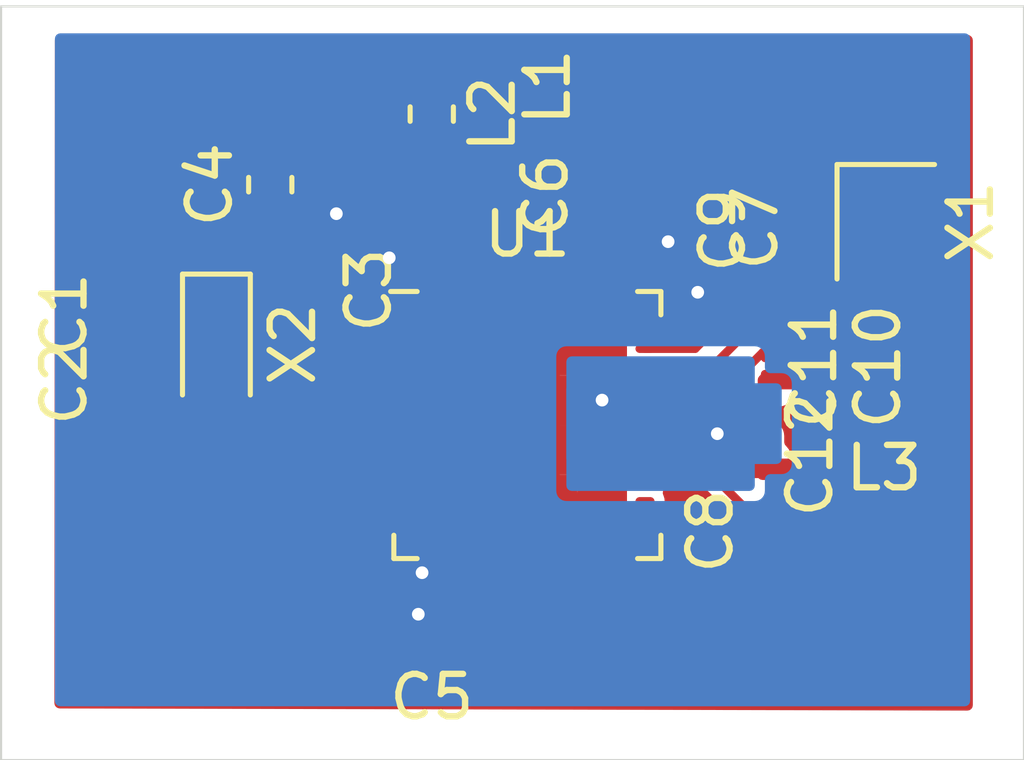
<source format=kicad_pcb>
(kicad_pcb (version 20171130) (host pcbnew 5.1.2-f72e74a~84~ubuntu16.04.1)

  (general
    (thickness 1.6)
    (drawings 4)
    (tracks 89)
    (zones 0)
    (modules 18)
    (nets 48)
  )

  (page A4)
  (layers
    (0 F.Cu signal)
    (31 B.Cu signal)
    (32 B.Adhes user)
    (33 F.Adhes user)
    (34 B.Paste user)
    (35 F.Paste user)
    (36 B.SilkS user hide)
    (37 F.SilkS user)
    (38 B.Mask user)
    (39 F.Mask user hide)
    (40 Dwgs.User user)
    (41 Cmts.User user)
    (42 Eco1.User user)
    (43 Eco2.User user)
    (44 Edge.Cuts user)
    (45 Margin user)
    (46 B.CrtYd user)
    (47 F.CrtYd user)
    (48 B.Fab user)
    (49 F.Fab user)
  )

  (setup
    (last_trace_width 0.25)
    (user_trace_width 0.2)
    (trace_clearance 0.18)
    (zone_clearance 0.238)
    (zone_45_only no)
    (trace_min 0.2)
    (via_size 0.8)
    (via_drill 0.4)
    (via_min_size 0.4)
    (via_min_drill 0.3)
    (uvia_size 0.3)
    (uvia_drill 0.1)
    (uvias_allowed no)
    (uvia_min_size 0.2)
    (uvia_min_drill 0.1)
    (edge_width 0.05)
    (segment_width 0.2)
    (pcb_text_width 0.3)
    (pcb_text_size 1.5 1.5)
    (mod_edge_width 0.12)
    (mod_text_size 1 1)
    (mod_text_width 0.15)
    (pad_size 1.524 1.524)
    (pad_drill 0.762)
    (pad_to_mask_clearance 0.051)
    (solder_mask_min_width 0.25)
    (aux_axis_origin 0 0)
    (visible_elements FFF9FF7F)
    (pcbplotparams
      (layerselection 0x010fc_ffffffff)
      (usegerberextensions false)
      (usegerberattributes false)
      (usegerberadvancedattributes false)
      (creategerberjobfile false)
      (excludeedgelayer true)
      (linewidth 0.100000)
      (plotframeref false)
      (viasonmask false)
      (mode 1)
      (useauxorigin false)
      (hpglpennumber 1)
      (hpglpenspeed 20)
      (hpglpendiameter 15.000000)
      (psnegative false)
      (psa4output false)
      (plotreference true)
      (plotvalue true)
      (plotinvisibletext false)
      (padsonsilk false)
      (subtractmaskfromsilk false)
      (outputformat 1)
      (mirror false)
      (drillshape 1)
      (scaleselection 1)
      (outputdirectory ""))
  )

  (net 0 "")
  (net 1 Earth)
  (net 2 "Net-(C1-Pad1)")
  (net 3 "Net-(C2-Pad1)")
  (net 4 "Net-(C3-Pad2)")
  (net 5 VDD)
  (net 6 "Net-(C6-Pad2)")
  (net 7 "Net-(C8-Pad2)")
  (net 8 "Net-(C9-Pad1)")
  (net 9 "Net-(C10-Pad1)")
  (net 10 "Net-(C11-Pad1)")
  (net 11 "Net-(C12-Pad1)")
  (net 12 "Net-(L1-Pad2)")
  (net 13 "Net-(L2-Pad2)")
  (net 14 /RF)
  (net 15 "Net-(U1-Pad4)")
  (net 16 "Net-(U1-Pad5)")
  (net 17 "Net-(U1-Pad6)")
  (net 18 "Net-(U1-Pad7)")
  (net 19 "Net-(U1-Pad8)")
  (net 20 "Net-(U1-Pad9)")
  (net 21 "Net-(U1-Pad10)")
  (net 22 "Net-(U1-Pad11)")
  (net 23 "Net-(U1-Pad12)")
  (net 24 "Net-(U1-Pad14)")
  (net 25 "Net-(U1-Pad15)")
  (net 26 "Net-(U1-Pad16)")
  (net 27 "Net-(U1-Pad17)")
  (net 28 "Net-(U1-Pad18)")
  (net 29 "Net-(U1-Pad19)")
  (net 30 "Net-(U1-Pad20)")
  (net 31 "Net-(U1-Pad21)")
  (net 32 "Net-(U1-Pad22)")
  (net 33 "Net-(U1-Pad23)")
  (net 34 "Net-(U1-Pad24)")
  (net 35 "Net-(U1-Pad25)")
  (net 36 "Net-(U1-Pad26)")
  (net 37 "Net-(U1-Pad27)")
  (net 38 "Net-(U1-Pad28)")
  (net 39 "Net-(U1-Pad29)")
  (net 40 "Net-(U1-Pad37)")
  (net 41 "Net-(U1-Pad38)")
  (net 42 "Net-(U1-Pad39)")
  (net 43 "Net-(U1-Pad40)")
  (net 44 "Net-(U1-Pad41)")
  (net 45 "Net-(U1-Pad42)")
  (net 46 "Net-(U1-Pad43)")
  (net 47 "Net-(U1-Pad44)")

  (net_class Default "This is the default net class."
    (clearance 0.18)
    (trace_width 0.25)
    (via_dia 0.8)
    (via_drill 0.4)
    (uvia_dia 0.3)
    (uvia_drill 0.1)
    (add_net /RF)
    (add_net Earth)
    (add_net "Net-(C1-Pad1)")
    (add_net "Net-(C10-Pad1)")
    (add_net "Net-(C11-Pad1)")
    (add_net "Net-(C12-Pad1)")
    (add_net "Net-(C2-Pad1)")
    (add_net "Net-(C3-Pad2)")
    (add_net "Net-(C6-Pad2)")
    (add_net "Net-(C8-Pad2)")
    (add_net "Net-(C9-Pad1)")
    (add_net "Net-(L1-Pad2)")
    (add_net "Net-(L2-Pad2)")
    (add_net "Net-(U1-Pad10)")
    (add_net "Net-(U1-Pad11)")
    (add_net "Net-(U1-Pad12)")
    (add_net "Net-(U1-Pad14)")
    (add_net "Net-(U1-Pad15)")
    (add_net "Net-(U1-Pad16)")
    (add_net "Net-(U1-Pad17)")
    (add_net "Net-(U1-Pad18)")
    (add_net "Net-(U1-Pad19)")
    (add_net "Net-(U1-Pad20)")
    (add_net "Net-(U1-Pad21)")
    (add_net "Net-(U1-Pad22)")
    (add_net "Net-(U1-Pad23)")
    (add_net "Net-(U1-Pad24)")
    (add_net "Net-(U1-Pad25)")
    (add_net "Net-(U1-Pad26)")
    (add_net "Net-(U1-Pad27)")
    (add_net "Net-(U1-Pad28)")
    (add_net "Net-(U1-Pad29)")
    (add_net "Net-(U1-Pad37)")
    (add_net "Net-(U1-Pad38)")
    (add_net "Net-(U1-Pad39)")
    (add_net "Net-(U1-Pad4)")
    (add_net "Net-(U1-Pad40)")
    (add_net "Net-(U1-Pad41)")
    (add_net "Net-(U1-Pad42)")
    (add_net "Net-(U1-Pad43)")
    (add_net "Net-(U1-Pad44)")
    (add_net "Net-(U1-Pad5)")
    (add_net "Net-(U1-Pad6)")
    (add_net "Net-(U1-Pad7)")
    (add_net "Net-(U1-Pad8)")
    (add_net "Net-(U1-Pad9)")
    (add_net VDD)
  )

  (net_class fina ""
    (clearance 0.2)
    (trace_width 0.2)
    (via_dia 0.8)
    (via_drill 0.4)
    (uvia_dia 0.3)
    (uvia_drill 0.1)
  )

  (module Capacitor_SMD:C_0201_0603Metric (layer F.Cu) (tedit 5B301BBE) (tstamp 5CFF1007)
    (at 134.62 136.815 90)
    (descr "Capacitor SMD 0201 (0603 Metric), square (rectangular) end terminal, IPC_7351 nominal, (Body size source: https://www.vishay.com/docs/20052/crcw0201e3.pdf), generated with kicad-footprint-generator")
    (tags capacitor)
    (path /5CF46A59)
    (attr smd)
    (fp_text reference C1 (at 0 -1.05 90) (layer F.SilkS)
      (effects (font (size 1 1) (thickness 0.15)))
    )
    (fp_text value 12pF (at 0 1.05 90) (layer F.Fab)
      (effects (font (size 1 1) (thickness 0.15)))
    )
    (fp_line (start -0.3 0.15) (end -0.3 -0.15) (layer F.Fab) (width 0.1))
    (fp_line (start -0.3 -0.15) (end 0.3 -0.15) (layer F.Fab) (width 0.1))
    (fp_line (start 0.3 -0.15) (end 0.3 0.15) (layer F.Fab) (width 0.1))
    (fp_line (start 0.3 0.15) (end -0.3 0.15) (layer F.Fab) (width 0.1))
    (fp_line (start -0.7 0.35) (end -0.7 -0.35) (layer F.CrtYd) (width 0.05))
    (fp_line (start -0.7 -0.35) (end 0.7 -0.35) (layer F.CrtYd) (width 0.05))
    (fp_line (start 0.7 -0.35) (end 0.7 0.35) (layer F.CrtYd) (width 0.05))
    (fp_line (start 0.7 0.35) (end -0.7 0.35) (layer F.CrtYd) (width 0.05))
    (fp_text user %R (at 0 -0.68 90) (layer F.Fab)
      (effects (font (size 0.25 0.25) (thickness 0.04)))
    )
    (pad "" smd roundrect (at -0.345 0 90) (size 0.318 0.36) (layers F.Paste) (roundrect_rratio 0.25))
    (pad "" smd roundrect (at 0.345 0 90) (size 0.318 0.36) (layers F.Paste) (roundrect_rratio 0.25))
    (pad 1 smd roundrect (at -0.32 0 90) (size 0.46 0.4) (layers F.Cu F.Mask) (roundrect_rratio 0.25)
      (net 2 "Net-(C1-Pad1)"))
    (pad 2 smd roundrect (at 0.32 0 90) (size 0.46 0.4) (layers F.Cu F.Mask) (roundrect_rratio 0.25)
      (net 1 Earth))
    (model ${KISYS3DMOD}/Capacitor_SMD.3dshapes/C_0201_0603Metric.wrl
      (at (xyz 0 0 0))
      (scale (xyz 1 1 1))
      (rotate (xyz 0 0 0))
    )
  )

  (module Capacitor_SMD:C_0201_0603Metric (layer F.Cu) (tedit 5B301BBE) (tstamp 5CF67923)
    (at 134.62 138.43 90)
    (descr "Capacitor SMD 0201 (0603 Metric), square (rectangular) end terminal, IPC_7351 nominal, (Body size source: https://www.vishay.com/docs/20052/crcw0201e3.pdf), generated with kicad-footprint-generator")
    (tags capacitor)
    (path /5CF472FA)
    (attr smd)
    (fp_text reference C2 (at 0 -1.05 90) (layer F.SilkS)
      (effects (font (size 1 1) (thickness 0.15)))
    )
    (fp_text value 12pF (at 0 1.05 90) (layer F.Fab)
      (effects (font (size 1 1) (thickness 0.15)))
    )
    (fp_text user %R (at 0 -0.68 90) (layer F.Fab)
      (effects (font (size 0.25 0.25) (thickness 0.04)))
    )
    (fp_line (start 0.7 0.35) (end -0.7 0.35) (layer F.CrtYd) (width 0.05))
    (fp_line (start 0.7 -0.35) (end 0.7 0.35) (layer F.CrtYd) (width 0.05))
    (fp_line (start -0.7 -0.35) (end 0.7 -0.35) (layer F.CrtYd) (width 0.05))
    (fp_line (start -0.7 0.35) (end -0.7 -0.35) (layer F.CrtYd) (width 0.05))
    (fp_line (start 0.3 0.15) (end -0.3 0.15) (layer F.Fab) (width 0.1))
    (fp_line (start 0.3 -0.15) (end 0.3 0.15) (layer F.Fab) (width 0.1))
    (fp_line (start -0.3 -0.15) (end 0.3 -0.15) (layer F.Fab) (width 0.1))
    (fp_line (start -0.3 0.15) (end -0.3 -0.15) (layer F.Fab) (width 0.1))
    (pad 2 smd roundrect (at 0.32 0 90) (size 0.46 0.4) (layers F.Cu F.Mask) (roundrect_rratio 0.25)
      (net 1 Earth))
    (pad 1 smd roundrect (at -0.32 0 90) (size 0.46 0.4) (layers F.Cu F.Mask) (roundrect_rratio 0.25)
      (net 3 "Net-(C2-Pad1)"))
    (pad "" smd roundrect (at 0.345 0 90) (size 0.318 0.36) (layers F.Paste) (roundrect_rratio 0.25))
    (pad "" smd roundrect (at -0.345 0 90) (size 0.318 0.36) (layers F.Paste) (roundrect_rratio 0.25))
    (model ${KISYS3DMOD}/Capacitor_SMD.3dshapes/C_0201_0603Metric.wrl
      (at (xyz 0 0 0))
      (scale (xyz 1 1 1))
      (rotate (xyz 0 0 0))
    )
  )

  (module Capacitor_SMD:C_0201_0603Metric (layer F.Cu) (tedit 5B301BBE) (tstamp 5CF67934)
    (at 139.7 136.235 270)
    (descr "Capacitor SMD 0201 (0603 Metric), square (rectangular) end terminal, IPC_7351 nominal, (Body size source: https://www.vishay.com/docs/20052/crcw0201e3.pdf), generated with kicad-footprint-generator")
    (tags capacitor)
    (path /5CF501FD)
    (attr smd)
    (fp_text reference C3 (at 0 -1.05 90) (layer F.SilkS)
      (effects (font (size 1 1) (thickness 0.15)))
    )
    (fp_text value 100nF (at 0 1.05 90) (layer F.Fab)
      (effects (font (size 1 1) (thickness 0.15)))
    )
    (fp_line (start -0.3 0.15) (end -0.3 -0.15) (layer F.Fab) (width 0.1))
    (fp_line (start -0.3 -0.15) (end 0.3 -0.15) (layer F.Fab) (width 0.1))
    (fp_line (start 0.3 -0.15) (end 0.3 0.15) (layer F.Fab) (width 0.1))
    (fp_line (start 0.3 0.15) (end -0.3 0.15) (layer F.Fab) (width 0.1))
    (fp_line (start -0.7 0.35) (end -0.7 -0.35) (layer F.CrtYd) (width 0.05))
    (fp_line (start -0.7 -0.35) (end 0.7 -0.35) (layer F.CrtYd) (width 0.05))
    (fp_line (start 0.7 -0.35) (end 0.7 0.35) (layer F.CrtYd) (width 0.05))
    (fp_line (start 0.7 0.35) (end -0.7 0.35) (layer F.CrtYd) (width 0.05))
    (fp_text user %R (at 0 -0.68 90) (layer F.Fab)
      (effects (font (size 0.25 0.25) (thickness 0.04)))
    )
    (pad "" smd roundrect (at -0.345 0 270) (size 0.318 0.36) (layers F.Paste) (roundrect_rratio 0.25))
    (pad "" smd roundrect (at 0.345 0 270) (size 0.318 0.36) (layers F.Paste) (roundrect_rratio 0.25))
    (pad 1 smd roundrect (at -0.32 0 270) (size 0.46 0.4) (layers F.Cu F.Mask) (roundrect_rratio 0.25)
      (net 1 Earth))
    (pad 2 smd roundrect (at 0.32 0 270) (size 0.46 0.4) (layers F.Cu F.Mask) (roundrect_rratio 0.25)
      (net 4 "Net-(C3-Pad2)"))
    (model ${KISYS3DMOD}/Capacitor_SMD.3dshapes/C_0201_0603Metric.wrl
      (at (xyz 0 0 0))
      (scale (xyz 1 1 1))
      (rotate (xyz 0 0 0))
    )
  )

  (module Capacitor_SMD:C_0603_1608Metric_Pad1.05x0.95mm_HandSolder (layer F.Cu) (tedit 5B301BBE) (tstamp 5CF67945)
    (at 138.43 133.745 90)
    (descr "Capacitor SMD 0603 (1608 Metric), square (rectangular) end terminal, IPC_7351 nominal with elongated pad for handsoldering. (Body size source: http://www.tortai-tech.com/upload/download/2011102023233369053.pdf), generated with kicad-footprint-generator")
    (tags "capacitor handsolder")
    (path /5CF55ADF)
    (attr smd)
    (fp_text reference C4 (at 0 -1.43 90) (layer F.SilkS)
      (effects (font (size 1 1) (thickness 0.15)))
    )
    (fp_text value 4.7uF (at 0 1.43 90) (layer F.Fab)
      (effects (font (size 1 1) (thickness 0.15)))
    )
    (fp_text user %R (at 0 0 90) (layer F.Fab)
      (effects (font (size 0.4 0.4) (thickness 0.06)))
    )
    (fp_line (start 1.65 0.73) (end -1.65 0.73) (layer F.CrtYd) (width 0.05))
    (fp_line (start 1.65 -0.73) (end 1.65 0.73) (layer F.CrtYd) (width 0.05))
    (fp_line (start -1.65 -0.73) (end 1.65 -0.73) (layer F.CrtYd) (width 0.05))
    (fp_line (start -1.65 0.73) (end -1.65 -0.73) (layer F.CrtYd) (width 0.05))
    (fp_line (start -0.171267 0.51) (end 0.171267 0.51) (layer F.SilkS) (width 0.12))
    (fp_line (start -0.171267 -0.51) (end 0.171267 -0.51) (layer F.SilkS) (width 0.12))
    (fp_line (start 0.8 0.4) (end -0.8 0.4) (layer F.Fab) (width 0.1))
    (fp_line (start 0.8 -0.4) (end 0.8 0.4) (layer F.Fab) (width 0.1))
    (fp_line (start -0.8 -0.4) (end 0.8 -0.4) (layer F.Fab) (width 0.1))
    (fp_line (start -0.8 0.4) (end -0.8 -0.4) (layer F.Fab) (width 0.1))
    (pad 2 smd roundrect (at 0.875 0 90) (size 1.05 0.95) (layers F.Cu F.Paste F.Mask) (roundrect_rratio 0.25)
      (net 5 VDD))
    (pad 1 smd roundrect (at -0.875 0 90) (size 1.05 0.95) (layers F.Cu F.Paste F.Mask) (roundrect_rratio 0.25)
      (net 1 Earth))
    (model ${KISYS3DMOD}/Capacitor_SMD.3dshapes/C_0603_1608Metric.wrl
      (at (xyz 0 0 0))
      (scale (xyz 1 1 1))
      (rotate (xyz 0 0 0))
    )
  )

  (module Capacitor_SMD:C_0201_0603Metric (layer F.Cu) (tedit 5B301BBE) (tstamp 5CF67956)
    (at 142.24 144.78 180)
    (descr "Capacitor SMD 0201 (0603 Metric), square (rectangular) end terminal, IPC_7351 nominal, (Body size source: https://www.vishay.com/docs/20052/crcw0201e3.pdf), generated with kicad-footprint-generator")
    (tags capacitor)
    (path /5CF65152)
    (attr smd)
    (fp_text reference C5 (at 0 -1.05) (layer F.SilkS)
      (effects (font (size 1 1) (thickness 0.15)))
    )
    (fp_text value 100nF (at 0 1.05) (layer F.Fab)
      (effects (font (size 1 1) (thickness 0.15)))
    )
    (fp_text user %R (at 0 -0.68) (layer F.Fab)
      (effects (font (size 0.25 0.25) (thickness 0.04)))
    )
    (fp_line (start 0.7 0.35) (end -0.7 0.35) (layer F.CrtYd) (width 0.05))
    (fp_line (start 0.7 -0.35) (end 0.7 0.35) (layer F.CrtYd) (width 0.05))
    (fp_line (start -0.7 -0.35) (end 0.7 -0.35) (layer F.CrtYd) (width 0.05))
    (fp_line (start -0.7 0.35) (end -0.7 -0.35) (layer F.CrtYd) (width 0.05))
    (fp_line (start 0.3 0.15) (end -0.3 0.15) (layer F.Fab) (width 0.1))
    (fp_line (start 0.3 -0.15) (end 0.3 0.15) (layer F.Fab) (width 0.1))
    (fp_line (start -0.3 -0.15) (end 0.3 -0.15) (layer F.Fab) (width 0.1))
    (fp_line (start -0.3 0.15) (end -0.3 -0.15) (layer F.Fab) (width 0.1))
    (pad 2 smd roundrect (at 0.32 0 180) (size 0.46 0.4) (layers F.Cu F.Mask) (roundrect_rratio 0.25)
      (net 5 VDD))
    (pad 1 smd roundrect (at -0.32 0 180) (size 0.46 0.4) (layers F.Cu F.Mask) (roundrect_rratio 0.25)
      (net 1 Earth))
    (pad "" smd roundrect (at 0.345 0 180) (size 0.318 0.36) (layers F.Paste) (roundrect_rratio 0.25))
    (pad "" smd roundrect (at -0.345 0 180) (size 0.318 0.36) (layers F.Paste) (roundrect_rratio 0.25))
    (model ${KISYS3DMOD}/Capacitor_SMD.3dshapes/C_0201_0603Metric.wrl
      (at (xyz 0 0 0))
      (scale (xyz 1 1 1))
      (rotate (xyz 0 0 0))
    )
  )

  (module Capacitor_SMD:C_0402_1005Metric (layer F.Cu) (tedit 5B301BBE) (tstamp 5CF67965)
    (at 146.0881 134.008 90)
    (descr "Capacitor SMD 0402 (1005 Metric), square (rectangular) end terminal, IPC_7351 nominal, (Body size source: http://www.tortai-tech.com/upload/download/2011102023233369053.pdf), generated with kicad-footprint-generator")
    (tags capacitor)
    (path /5CF59A6F)
    (attr smd)
    (fp_text reference C6 (at 0 -1.17 90) (layer F.SilkS)
      (effects (font (size 1 1) (thickness 0.15)))
    )
    (fp_text value 1.0uF (at 0 1.17 90) (layer F.Fab)
      (effects (font (size 1 1) (thickness 0.15)))
    )
    (fp_text user %R (at 0 0 90) (layer F.Fab)
      (effects (font (size 0.25 0.25) (thickness 0.04)))
    )
    (fp_line (start 0.93 0.47) (end -0.93 0.47) (layer F.CrtYd) (width 0.05))
    (fp_line (start 0.93 -0.47) (end 0.93 0.47) (layer F.CrtYd) (width 0.05))
    (fp_line (start -0.93 -0.47) (end 0.93 -0.47) (layer F.CrtYd) (width 0.05))
    (fp_line (start -0.93 0.47) (end -0.93 -0.47) (layer F.CrtYd) (width 0.05))
    (fp_line (start 0.5 0.25) (end -0.5 0.25) (layer F.Fab) (width 0.1))
    (fp_line (start 0.5 -0.25) (end 0.5 0.25) (layer F.Fab) (width 0.1))
    (fp_line (start -0.5 -0.25) (end 0.5 -0.25) (layer F.Fab) (width 0.1))
    (fp_line (start -0.5 0.25) (end -0.5 -0.25) (layer F.Fab) (width 0.1))
    (pad 2 smd roundrect (at 0.485 0 90) (size 0.59 0.64) (layers F.Cu F.Paste F.Mask) (roundrect_rratio 0.25)
      (net 6 "Net-(C6-Pad2)"))
    (pad 1 smd roundrect (at -0.485 0 90) (size 0.59 0.64) (layers F.Cu F.Paste F.Mask) (roundrect_rratio 0.25)
      (net 1 Earth))
    (model ${KISYS3DMOD}/Capacitor_SMD.3dshapes/C_0402_1005Metric.wrl
      (at (xyz 0 0 0))
      (scale (xyz 1 1 1))
      (rotate (xyz 0 0 0))
    )
  )

  (module Capacitor_SMD:C_0201_0603Metric (layer F.Cu) (tedit 5B301BBE) (tstamp 5CFF1441)
    (at 148.8186 134.7703 270)
    (descr "Capacitor SMD 0201 (0603 Metric), square (rectangular) end terminal, IPC_7351 nominal, (Body size source: https://www.vishay.com/docs/20052/crcw0201e3.pdf), generated with kicad-footprint-generator")
    (tags capacitor)
    (path /5CF87562)
    (attr smd)
    (fp_text reference C7 (at 0 -1.05 90) (layer F.SilkS)
      (effects (font (size 1 1) (thickness 0.15)))
    )
    (fp_text value 100nF (at 0 1.05 90) (layer F.Fab)
      (effects (font (size 1 1) (thickness 0.15)))
    )
    (fp_line (start -0.3 0.15) (end -0.3 -0.15) (layer F.Fab) (width 0.1))
    (fp_line (start -0.3 -0.15) (end 0.3 -0.15) (layer F.Fab) (width 0.1))
    (fp_line (start 0.3 -0.15) (end 0.3 0.15) (layer F.Fab) (width 0.1))
    (fp_line (start 0.3 0.15) (end -0.3 0.15) (layer F.Fab) (width 0.1))
    (fp_line (start -0.7 0.35) (end -0.7 -0.35) (layer F.CrtYd) (width 0.05))
    (fp_line (start -0.7 -0.35) (end 0.7 -0.35) (layer F.CrtYd) (width 0.05))
    (fp_line (start 0.7 -0.35) (end 0.7 0.35) (layer F.CrtYd) (width 0.05))
    (fp_line (start 0.7 0.35) (end -0.7 0.35) (layer F.CrtYd) (width 0.05))
    (fp_text user %R (at 0 -0.68 90) (layer F.Fab)
      (effects (font (size 0.25 0.25) (thickness 0.04)))
    )
    (pad "" smd roundrect (at -0.345 0 270) (size 0.318 0.36) (layers F.Paste) (roundrect_rratio 0.25))
    (pad "" smd roundrect (at 0.345 0 270) (size 0.318 0.36) (layers F.Paste) (roundrect_rratio 0.25))
    (pad 1 smd roundrect (at -0.32 0 270) (size 0.46 0.4) (layers F.Cu F.Mask) (roundrect_rratio 0.25)
      (net 1 Earth))
    (pad 2 smd roundrect (at 0.32 0 270) (size 0.46 0.4) (layers F.Cu F.Mask) (roundrect_rratio 0.25)
      (net 5 VDD))
    (model ${KISYS3DMOD}/Capacitor_SMD.3dshapes/C_0201_0603Metric.wrl
      (at (xyz 0 0 0))
      (scale (xyz 1 1 1))
      (rotate (xyz 0 0 0))
    )
  )

  (module Capacitor_SMD:C_0201_0603Metric (layer F.Cu) (tedit 5B301BBE) (tstamp 5CF67987)
    (at 149.86 141.92 90)
    (descr "Capacitor SMD 0201 (0603 Metric), square (rectangular) end terminal, IPC_7351 nominal, (Body size source: https://www.vishay.com/docs/20052/crcw0201e3.pdf), generated with kicad-footprint-generator")
    (tags capacitor)
    (path /5CF69377)
    (attr smd)
    (fp_text reference C8 (at 0 -1.05 90) (layer F.SilkS)
      (effects (font (size 1 1) (thickness 0.15)))
    )
    (fp_text value 0.8pF (at 0 1.05 90) (layer F.Fab)
      (effects (font (size 1 1) (thickness 0.15)))
    )
    (fp_text user %R (at 0 -0.68 90) (layer F.Fab)
      (effects (font (size 0.25 0.25) (thickness 0.04)))
    )
    (fp_line (start 0.7 0.35) (end -0.7 0.35) (layer F.CrtYd) (width 0.05))
    (fp_line (start 0.7 -0.35) (end 0.7 0.35) (layer F.CrtYd) (width 0.05))
    (fp_line (start -0.7 -0.35) (end 0.7 -0.35) (layer F.CrtYd) (width 0.05))
    (fp_line (start -0.7 0.35) (end -0.7 -0.35) (layer F.CrtYd) (width 0.05))
    (fp_line (start 0.3 0.15) (end -0.3 0.15) (layer F.Fab) (width 0.1))
    (fp_line (start 0.3 -0.15) (end 0.3 0.15) (layer F.Fab) (width 0.1))
    (fp_line (start -0.3 -0.15) (end 0.3 -0.15) (layer F.Fab) (width 0.1))
    (fp_line (start -0.3 0.15) (end -0.3 -0.15) (layer F.Fab) (width 0.1))
    (pad 2 smd roundrect (at 0.32 0 90) (size 0.46 0.4) (layers F.Cu F.Mask) (roundrect_rratio 0.25)
      (net 7 "Net-(C8-Pad2)"))
    (pad 1 smd roundrect (at -0.32 0 90) (size 0.46 0.4) (layers F.Cu F.Mask) (roundrect_rratio 0.25)
      (net 1 Earth))
    (pad "" smd roundrect (at 0.345 0 90) (size 0.318 0.36) (layers F.Paste) (roundrect_rratio 0.25))
    (pad "" smd roundrect (at -0.345 0 90) (size 0.318 0.36) (layers F.Paste) (roundrect_rratio 0.25))
    (model ${KISYS3DMOD}/Capacitor_SMD.3dshapes/C_0201_0603Metric.wrl
      (at (xyz 0 0 0))
      (scale (xyz 1 1 1))
      (rotate (xyz 0 0 0))
    )
  )

  (module Capacitor_SMD:C_0201_0603Metric (layer F.Cu) (tedit 5B301BBE) (tstamp 5CF67998)
    (at 150.1521 134.8207 90)
    (descr "Capacitor SMD 0201 (0603 Metric), square (rectangular) end terminal, IPC_7351 nominal, (Body size source: https://www.vishay.com/docs/20052/crcw0201e3.pdf), generated with kicad-footprint-generator")
    (tags capacitor)
    (path /5CF7A0C3)
    (attr smd)
    (fp_text reference C9 (at 0 -1.05 90) (layer F.SilkS)
      (effects (font (size 1 1) (thickness 0.15)))
    )
    (fp_text value 12pF (at 0 1.05 90) (layer F.Fab)
      (effects (font (size 1 1) (thickness 0.15)))
    )
    (fp_text user %R (at 0 -0.68 90) (layer F.Fab)
      (effects (font (size 0.25 0.25) (thickness 0.04)))
    )
    (fp_line (start 0.7 0.35) (end -0.7 0.35) (layer F.CrtYd) (width 0.05))
    (fp_line (start 0.7 -0.35) (end 0.7 0.35) (layer F.CrtYd) (width 0.05))
    (fp_line (start -0.7 -0.35) (end 0.7 -0.35) (layer F.CrtYd) (width 0.05))
    (fp_line (start -0.7 0.35) (end -0.7 -0.35) (layer F.CrtYd) (width 0.05))
    (fp_line (start 0.3 0.15) (end -0.3 0.15) (layer F.Fab) (width 0.1))
    (fp_line (start 0.3 -0.15) (end 0.3 0.15) (layer F.Fab) (width 0.1))
    (fp_line (start -0.3 -0.15) (end 0.3 -0.15) (layer F.Fab) (width 0.1))
    (fp_line (start -0.3 0.15) (end -0.3 -0.15) (layer F.Fab) (width 0.1))
    (pad 2 smd roundrect (at 0.32 0 90) (size 0.46 0.4) (layers F.Cu F.Mask) (roundrect_rratio 0.25)
      (net 1 Earth))
    (pad 1 smd roundrect (at -0.32 0 90) (size 0.46 0.4) (layers F.Cu F.Mask) (roundrect_rratio 0.25)
      (net 8 "Net-(C9-Pad1)"))
    (pad "" smd roundrect (at 0.345 0 90) (size 0.318 0.36) (layers F.Paste) (roundrect_rratio 0.25))
    (pad "" smd roundrect (at -0.345 0 90) (size 0.318 0.36) (layers F.Paste) (roundrect_rratio 0.25))
    (model ${KISYS3DMOD}/Capacitor_SMD.3dshapes/C_0201_0603Metric.wrl
      (at (xyz 0 0 0))
      (scale (xyz 1 1 1))
      (rotate (xyz 0 0 0))
    )
  )

  (module Capacitor_SMD:C_0201_0603Metric (layer F.Cu) (tedit 5B301BBE) (tstamp 5CFEFC6C)
    (at 151.7142 138.0342 270)
    (descr "Capacitor SMD 0201 (0603 Metric), square (rectangular) end terminal, IPC_7351 nominal, (Body size source: https://www.vishay.com/docs/20052/crcw0201e3.pdf), generated with kicad-footprint-generator")
    (tags capacitor)
    (path /5CF79E2C)
    (attr smd)
    (fp_text reference C10 (at 0 -1.05 90) (layer F.SilkS)
      (effects (font (size 1 1) (thickness 0.15)))
    )
    (fp_text value 12pF (at 0 1.05 90) (layer F.Fab)
      (effects (font (size 1 1) (thickness 0.15)))
    )
    (fp_line (start -0.3 0.15) (end -0.3 -0.15) (layer F.Fab) (width 0.1))
    (fp_line (start -0.3 -0.15) (end 0.3 -0.15) (layer F.Fab) (width 0.1))
    (fp_line (start 0.3 -0.15) (end 0.3 0.15) (layer F.Fab) (width 0.1))
    (fp_line (start 0.3 0.15) (end -0.3 0.15) (layer F.Fab) (width 0.1))
    (fp_line (start -0.7 0.35) (end -0.7 -0.35) (layer F.CrtYd) (width 0.05))
    (fp_line (start -0.7 -0.35) (end 0.7 -0.35) (layer F.CrtYd) (width 0.05))
    (fp_line (start 0.7 -0.35) (end 0.7 0.35) (layer F.CrtYd) (width 0.05))
    (fp_line (start 0.7 0.35) (end -0.7 0.35) (layer F.CrtYd) (width 0.05))
    (fp_text user %R (at 0 -0.68 90) (layer F.Fab)
      (effects (font (size 0.25 0.25) (thickness 0.04)))
    )
    (pad "" smd roundrect (at -0.345 0 270) (size 0.318 0.36) (layers F.Paste) (roundrect_rratio 0.25))
    (pad "" smd roundrect (at 0.345 0 270) (size 0.318 0.36) (layers F.Paste) (roundrect_rratio 0.25))
    (pad 1 smd roundrect (at -0.32 0 270) (size 0.46 0.4) (layers F.Cu F.Mask) (roundrect_rratio 0.25)
      (net 9 "Net-(C10-Pad1)"))
    (pad 2 smd roundrect (at 0.32 0 270) (size 0.46 0.4) (layers F.Cu F.Mask) (roundrect_rratio 0.25)
      (net 1 Earth))
    (model ${KISYS3DMOD}/Capacitor_SMD.3dshapes/C_0201_0603Metric.wrl
      (at (xyz 0 0 0))
      (scale (xyz 1 1 1))
      (rotate (xyz 0 0 0))
    )
  )

  (module Capacitor_SMD:C_0201_0603Metric (layer F.Cu) (tedit 5B301BBE) (tstamp 5CF679BA)
    (at 150.2029 138.0236 270)
    (descr "Capacitor SMD 0201 (0603 Metric), square (rectangular) end terminal, IPC_7351 nominal, (Body size source: https://www.vishay.com/docs/20052/crcw0201e3.pdf), generated with kicad-footprint-generator")
    (tags capacitor)
    (path /5CF79C47)
    (attr smd)
    (fp_text reference C11 (at 0 -1.05 90) (layer F.SilkS)
      (effects (font (size 1 1) (thickness 0.15)))
    )
    (fp_text value 100pF (at 0 1.05 90) (layer F.Fab)
      (effects (font (size 1 1) (thickness 0.15)))
    )
    (fp_text user %R (at 0 -0.68 90) (layer F.Fab)
      (effects (font (size 0.25 0.25) (thickness 0.04)))
    )
    (fp_line (start 0.7 0.35) (end -0.7 0.35) (layer F.CrtYd) (width 0.05))
    (fp_line (start 0.7 -0.35) (end 0.7 0.35) (layer F.CrtYd) (width 0.05))
    (fp_line (start -0.7 -0.35) (end 0.7 -0.35) (layer F.CrtYd) (width 0.05))
    (fp_line (start -0.7 0.35) (end -0.7 -0.35) (layer F.CrtYd) (width 0.05))
    (fp_line (start 0.3 0.15) (end -0.3 0.15) (layer F.Fab) (width 0.1))
    (fp_line (start 0.3 -0.15) (end 0.3 0.15) (layer F.Fab) (width 0.1))
    (fp_line (start -0.3 -0.15) (end 0.3 -0.15) (layer F.Fab) (width 0.1))
    (fp_line (start -0.3 0.15) (end -0.3 -0.15) (layer F.Fab) (width 0.1))
    (pad 2 smd roundrect (at 0.32 0 270) (size 0.46 0.4) (layers F.Cu F.Mask) (roundrect_rratio 0.25)
      (net 1 Earth))
    (pad 1 smd roundrect (at -0.32 0 270) (size 0.46 0.4) (layers F.Cu F.Mask) (roundrect_rratio 0.25)
      (net 10 "Net-(C11-Pad1)"))
    (pad "" smd roundrect (at 0.345 0 270) (size 0.318 0.36) (layers F.Paste) (roundrect_rratio 0.25))
    (pad "" smd roundrect (at -0.345 0 270) (size 0.318 0.36) (layers F.Paste) (roundrect_rratio 0.25))
    (model ${KISYS3DMOD}/Capacitor_SMD.3dshapes/C_0201_0603Metric.wrl
      (at (xyz 0 0 0))
      (scale (xyz 1 1 1))
      (rotate (xyz 0 0 0))
    )
  )

  (module Capacitor_SMD:C_0201_0603Metric (layer F.Cu) (tedit 5B301BBE) (tstamp 5CF6BFAD)
    (at 150.114 140.117 270)
    (descr "Capacitor SMD 0201 (0603 Metric), square (rectangular) end terminal, IPC_7351 nominal, (Body size source: https://www.vishay.com/docs/20052/crcw0201e3.pdf), generated with kicad-footprint-generator")
    (tags capacitor)
    (path /5CF78502)
    (attr smd)
    (fp_text reference C12 (at 0 -1.05 90) (layer F.SilkS)
      (effects (font (size 1 1) (thickness 0.15)))
    )
    (fp_text value N.C. (at 0 1.05 90) (layer F.Fab)
      (effects (font (size 1 1) (thickness 0.15)))
    )
    (fp_line (start -0.3 0.15) (end -0.3 -0.15) (layer F.Fab) (width 0.1))
    (fp_line (start -0.3 -0.15) (end 0.3 -0.15) (layer F.Fab) (width 0.1))
    (fp_line (start 0.3 -0.15) (end 0.3 0.15) (layer F.Fab) (width 0.1))
    (fp_line (start 0.3 0.15) (end -0.3 0.15) (layer F.Fab) (width 0.1))
    (fp_line (start -0.7 0.35) (end -0.7 -0.35) (layer F.CrtYd) (width 0.05))
    (fp_line (start -0.7 -0.35) (end 0.7 -0.35) (layer F.CrtYd) (width 0.05))
    (fp_line (start 0.7 -0.35) (end 0.7 0.35) (layer F.CrtYd) (width 0.05))
    (fp_line (start 0.7 0.35) (end -0.7 0.35) (layer F.CrtYd) (width 0.05))
    (fp_text user %R (at 0 -0.68 90) (layer F.Fab)
      (effects (font (size 0.25 0.25) (thickness 0.04)))
    )
    (pad "" smd roundrect (at -0.345 0 270) (size 0.318 0.36) (layers F.Paste) (roundrect_rratio 0.25))
    (pad "" smd roundrect (at 0.345 0 270) (size 0.318 0.36) (layers F.Paste) (roundrect_rratio 0.25))
    (pad 1 smd roundrect (at -0.32 0 270) (size 0.46 0.4) (layers F.Cu F.Mask) (roundrect_rratio 0.25)
      (net 11 "Net-(C12-Pad1)"))
    (pad 2 smd roundrect (at 0.32 0 270) (size 0.46 0.4) (layers F.Cu F.Mask) (roundrect_rratio 0.25)
      (net 1 Earth))
    (model ${KISYS3DMOD}/Capacitor_SMD.3dshapes/C_0201_0603Metric.wrl
      (at (xyz 0 0 0))
      (scale (xyz 1 1 1))
      (rotate (xyz 0 0 0))
    )
  )

  (module Inductor_SMD:L_0402_1005Metric (layer F.Cu) (tedit 5B301BBE) (tstamp 5CF679DA)
    (at 146.1389 131.4426 90)
    (descr "Inductor SMD 0402 (1005 Metric), square (rectangular) end terminal, IPC_7351 nominal, (Body size source: http://www.tortai-tech.com/upload/download/2011102023233369053.pdf), generated with kicad-footprint-generator")
    (tags inductor)
    (path /5CF5AAB5)
    (attr smd)
    (fp_text reference L1 (at 0 -1.17 90) (layer F.SilkS)
      (effects (font (size 1 1) (thickness 0.15)))
    )
    (fp_text value 15nH (at 0 1.17 90) (layer F.Fab)
      (effects (font (size 1 1) (thickness 0.15)))
    )
    (fp_text user %R (at 0 0 90) (layer F.Fab)
      (effects (font (size 0.25 0.25) (thickness 0.04)))
    )
    (fp_line (start 0.93 0.47) (end -0.93 0.47) (layer F.CrtYd) (width 0.05))
    (fp_line (start 0.93 -0.47) (end 0.93 0.47) (layer F.CrtYd) (width 0.05))
    (fp_line (start -0.93 -0.47) (end 0.93 -0.47) (layer F.CrtYd) (width 0.05))
    (fp_line (start -0.93 0.47) (end -0.93 -0.47) (layer F.CrtYd) (width 0.05))
    (fp_line (start 0.5 0.25) (end -0.5 0.25) (layer F.Fab) (width 0.1))
    (fp_line (start 0.5 -0.25) (end 0.5 0.25) (layer F.Fab) (width 0.1))
    (fp_line (start -0.5 -0.25) (end 0.5 -0.25) (layer F.Fab) (width 0.1))
    (fp_line (start -0.5 0.25) (end -0.5 -0.25) (layer F.Fab) (width 0.1))
    (pad 2 smd roundrect (at 0.485 0 90) (size 0.59 0.64) (layers F.Cu F.Paste F.Mask) (roundrect_rratio 0.25)
      (net 12 "Net-(L1-Pad2)"))
    (pad 1 smd roundrect (at -0.485 0 90) (size 0.59 0.64) (layers F.Cu F.Paste F.Mask) (roundrect_rratio 0.25)
      (net 6 "Net-(C6-Pad2)"))
    (model ${KISYS3DMOD}/Inductor_SMD.3dshapes/L_0402_1005Metric.wrl
      (at (xyz 0 0 0))
      (scale (xyz 1 1 1))
      (rotate (xyz 0 0 0))
    )
  )

  (module Inductor_SMD:L_0603_1608Metric_Pad1.05x0.95mm_HandSolder (layer F.Cu) (tedit 5B301BBE) (tstamp 5CF679EB)
    (at 142.24 132.08 270)
    (descr "Capacitor SMD 0603 (1608 Metric), square (rectangular) end terminal, IPC_7351 nominal with elongated pad for handsoldering. (Body size source: http://www.tortai-tech.com/upload/download/2011102023233369053.pdf), generated with kicad-footprint-generator")
    (tags "inductor handsolder")
    (path /5CF5C67D)
    (attr smd)
    (fp_text reference L2 (at 0 -1.43 90) (layer F.SilkS)
      (effects (font (size 1 1) (thickness 0.15)))
    )
    (fp_text value 10uH (at 0 1.43 90) (layer F.Fab)
      (effects (font (size 1 1) (thickness 0.15)))
    )
    (fp_text user %R (at 0 0 90) (layer F.Fab)
      (effects (font (size 0.4 0.4) (thickness 0.06)))
    )
    (fp_line (start 1.65 0.73) (end -1.65 0.73) (layer F.CrtYd) (width 0.05))
    (fp_line (start 1.65 -0.73) (end 1.65 0.73) (layer F.CrtYd) (width 0.05))
    (fp_line (start -1.65 -0.73) (end 1.65 -0.73) (layer F.CrtYd) (width 0.05))
    (fp_line (start -1.65 0.73) (end -1.65 -0.73) (layer F.CrtYd) (width 0.05))
    (fp_line (start -0.171267 0.51) (end 0.171267 0.51) (layer F.SilkS) (width 0.12))
    (fp_line (start -0.171267 -0.51) (end 0.171267 -0.51) (layer F.SilkS) (width 0.12))
    (fp_line (start 0.8 0.4) (end -0.8 0.4) (layer F.Fab) (width 0.1))
    (fp_line (start 0.8 -0.4) (end 0.8 0.4) (layer F.Fab) (width 0.1))
    (fp_line (start -0.8 -0.4) (end 0.8 -0.4) (layer F.Fab) (width 0.1))
    (fp_line (start -0.8 0.4) (end -0.8 -0.4) (layer F.Fab) (width 0.1))
    (pad 2 smd roundrect (at 0.875 0 270) (size 1.05 0.95) (layers F.Cu F.Paste F.Mask) (roundrect_rratio 0.25)
      (net 13 "Net-(L2-Pad2)"))
    (pad 1 smd roundrect (at -0.875 0 270) (size 1.05 0.95) (layers F.Cu F.Paste F.Mask) (roundrect_rratio 0.25)
      (net 12 "Net-(L1-Pad2)"))
    (model ${KISYS3DMOD}/Inductor_SMD.3dshapes/L_0603_1608Metric.wrl
      (at (xyz 0 0 0))
      (scale (xyz 1 1 1))
      (rotate (xyz 0 0 0))
    )
  )

  (module Inductor_SMD:L_0201_0603Metric (layer F.Cu) (tedit 5B301BBE) (tstamp 5CFEA05D)
    (at 152.908 141.478)
    (descr "Inductor SMD 0201 (0603 Metric), square (rectangular) end terminal, IPC_7351 nominal, (Body size source: https://www.vishay.com/docs/20052/crcw0201e3.pdf), generated with kicad-footprint-generator")
    (tags inductor)
    (path /5CF6C088)
    (attr smd)
    (fp_text reference L3 (at 0 -1.05) (layer F.SilkS)
      (effects (font (size 1 1) (thickness 0.15)))
    )
    (fp_text value 3.9nH (at 0 1.05) (layer F.Fab)
      (effects (font (size 1 1) (thickness 0.15)))
    )
    (fp_text user %R (at 0 -0.68) (layer F.Fab)
      (effects (font (size 0.25 0.25) (thickness 0.04)))
    )
    (fp_line (start 0.7 0.35) (end -0.7 0.35) (layer F.CrtYd) (width 0.05))
    (fp_line (start 0.7 -0.35) (end 0.7 0.35) (layer F.CrtYd) (width 0.05))
    (fp_line (start -0.7 -0.35) (end 0.7 -0.35) (layer F.CrtYd) (width 0.05))
    (fp_line (start -0.7 0.35) (end -0.7 -0.35) (layer F.CrtYd) (width 0.05))
    (fp_line (start 0.3 0.15) (end -0.3 0.15) (layer F.Fab) (width 0.1))
    (fp_line (start 0.3 -0.15) (end 0.3 0.15) (layer F.Fab) (width 0.1))
    (fp_line (start -0.3 -0.15) (end 0.3 -0.15) (layer F.Fab) (width 0.1))
    (fp_line (start -0.3 0.15) (end -0.3 -0.15) (layer F.Fab) (width 0.1))
    (pad 2 smd roundrect (at 0.32 0) (size 0.46 0.4) (layers F.Cu F.Mask) (roundrect_rratio 0.25)
      (net 14 /RF))
    (pad 1 smd roundrect (at -0.32 0) (size 0.46 0.4) (layers F.Cu F.Mask) (roundrect_rratio 0.25)
      (net 7 "Net-(C8-Pad2)"))
    (pad "" smd roundrect (at 0.345 0) (size 0.318 0.36) (layers F.Paste) (roundrect_rratio 0.25))
    (pad "" smd roundrect (at -0.345 0) (size 0.318 0.36) (layers F.Paste) (roundrect_rratio 0.25))
    (model ${KISYS3DMOD}/Inductor_SMD.3dshapes/L_0201_0603Metric.wrl
      (at (xyz 0 0 0))
      (scale (xyz 1 1 1))
      (rotate (xyz 0 0 0))
    )
  )

  (module tarefa01:QFN-48_EP_6x6_Pitch0.4mm (layer F.Cu) (tedit 0) (tstamp 5CF67A50)
    (at 144.495001 139.415001)
    (path /5CF3EA1E)
    (attr smd)
    (fp_text reference U1 (at 0 -4.5) (layer F.SilkS)
      (effects (font (size 1 1) (thickness 0.15)))
    )
    (fp_text value nrf52832 (at 0 4.5) (layer F.Fab)
      (effects (font (size 1 1) (thickness 0.15)))
    )
    (fp_line (start -3.5 3.5) (end -3.5 -3.5) (layer F.CrtYd) (width 0.05))
    (fp_line (start 3.5 3.5) (end -3.5 3.5) (layer F.CrtYd) (width 0.05))
    (fp_line (start 3.5 -3.5) (end 3.5 3.5) (layer F.CrtYd) (width 0.05))
    (fp_line (start -3.5 -3.5) (end 3.5 -3.5) (layer F.CrtYd) (width 0.05))
    (fp_line (start -2.6 -3.15) (end -3.225 -3.15) (layer F.SilkS) (width 0.12))
    (fp_line (start -3.15 3.15) (end -3.15 2.6) (layer F.SilkS) (width 0.12))
    (fp_line (start -2.6 3.15) (end -3.15 3.15) (layer F.SilkS) (width 0.12))
    (fp_line (start 3.15 3.15) (end 3.15 2.6) (layer F.SilkS) (width 0.12))
    (fp_line (start 2.6 3.15) (end 3.15 3.15) (layer F.SilkS) (width 0.12))
    (fp_line (start 3.15 -3.15) (end 3.15 -2.6) (layer F.SilkS) (width 0.12))
    (fp_line (start 2.6 -3.15) (end 3.15 -3.15) (layer F.SilkS) (width 0.12))
    (fp_line (start 3 -3) (end -2 -3) (layer F.Fab) (width 0.15))
    (fp_line (start 3 3) (end 3 -3) (layer F.Fab) (width 0.15))
    (fp_line (start -3 3) (end 3 3) (layer F.Fab) (width 0.15))
    (fp_line (start -3 -2) (end -3 3) (layer F.Fab) (width 0.15))
    (fp_line (start -2 -3) (end -3 -2) (layer F.Fab) (width 0.15))
    (pad 49 smd rect (at 1.7625 1.7625) (size 1.175 1.175) (layers F.Cu F.Paste F.Mask)
      (net 1 Earth) (solder_paste_margin -0.75))
    (pad 49 smd rect (at 1.7625 0.5875) (size 1.175 1.175) (layers F.Cu F.Paste F.Mask)
      (net 1 Earth) (solder_paste_margin -0.75))
    (pad 49 smd rect (at 1.7625 -0.5875) (size 1.175 1.175) (layers F.Cu F.Paste F.Mask)
      (net 1 Earth) (solder_paste_margin -0.75))
    (pad 49 smd rect (at 1.7625 -1.7625) (size 1.175 1.175) (layers F.Cu F.Paste F.Mask)
      (net 1 Earth) (solder_paste_margin -0.75))
    (pad 49 smd rect (at 0.5875 1.7625) (size 1.175 1.175) (layers F.Cu F.Paste F.Mask)
      (net 1 Earth) (solder_paste_margin -0.75))
    (pad 49 smd rect (at 0.5875 0.5875) (size 1.175 1.175) (layers F.Cu F.Paste F.Mask)
      (net 1 Earth) (solder_paste_margin -0.75))
    (pad 49 smd rect (at 0.5875 -0.5875) (size 1.175 1.175) (layers F.Cu F.Paste F.Mask)
      (net 1 Earth) (solder_paste_margin -0.75))
    (pad 49 smd rect (at 0.5875 -1.7625) (size 1.175 1.175) (layers F.Cu F.Paste F.Mask)
      (net 1 Earth) (solder_paste_margin -0.75))
    (pad 49 smd rect (at -0.5875 1.7625) (size 1.175 1.175) (layers F.Cu F.Paste F.Mask)
      (net 1 Earth) (solder_paste_margin -0.75))
    (pad 49 smd rect (at -0.5875 0.5875) (size 1.175 1.175) (layers F.Cu F.Paste F.Mask)
      (net 1 Earth) (solder_paste_margin -0.75))
    (pad 49 smd rect (at -0.5875 -0.5875) (size 1.175 1.175) (layers F.Cu F.Paste F.Mask)
      (net 1 Earth) (solder_paste_margin -0.75))
    (pad 49 smd rect (at -0.5875 -1.7625) (size 1.175 1.175) (layers F.Cu F.Paste F.Mask)
      (net 1 Earth) (solder_paste_margin -0.75))
    (pad 49 smd rect (at -1.7625 1.7625) (size 1.175 1.175) (layers F.Cu F.Paste F.Mask)
      (net 1 Earth) (solder_paste_margin -0.75))
    (pad 49 smd rect (at -1.7625 0.5875) (size 1.175 1.175) (layers F.Cu F.Paste F.Mask)
      (net 1 Earth) (solder_paste_margin -0.75))
    (pad 49 smd rect (at -1.7625 -0.5875) (size 1.175 1.175) (layers F.Cu F.Paste F.Mask)
      (net 1 Earth) (solder_paste_margin -0.75))
    (pad 49 smd rect (at -1.7625 -1.7625) (size 1.175 1.175) (layers F.Cu F.Paste F.Mask)
      (net 1 Earth) (solder_paste_margin -0.75))
    (pad 48 smd oval (at -2.2 -2.775) (size 0.2 0.45) (layers F.Cu F.Paste F.Mask)
      (net 5 VDD))
    (pad 47 smd oval (at -1.8 -2.775) (size 0.2 0.45) (layers F.Cu F.Paste F.Mask)
      (net 13 "Net-(L2-Pad2)"))
    (pad 46 smd oval (at -1.4 -2.775) (size 0.2 0.45) (layers F.Cu F.Paste F.Mask)
      (net 6 "Net-(C6-Pad2)"))
    (pad 45 smd oval (at -1 -2.775) (size 0.2 0.45) (layers F.Cu F.Paste F.Mask)
      (net 1 Earth))
    (pad 44 smd oval (at -0.6 -2.775) (size 0.2 0.45) (layers F.Cu F.Paste F.Mask)
      (net 47 "Net-(U1-Pad44)"))
    (pad 43 smd oval (at -0.2 -2.775) (size 0.2 0.45) (layers F.Cu F.Paste F.Mask)
      (net 46 "Net-(U1-Pad43)"))
    (pad 42 smd oval (at 0.2 -2.775) (size 0.2 0.45) (layers F.Cu F.Paste F.Mask)
      (net 45 "Net-(U1-Pad42)"))
    (pad 41 smd oval (at 0.6 -2.775) (size 0.2 0.45) (layers F.Cu F.Paste F.Mask)
      (net 44 "Net-(U1-Pad41)"))
    (pad 40 smd oval (at 1 -2.775) (size 0.2 0.45) (layers F.Cu F.Paste F.Mask)
      (net 43 "Net-(U1-Pad40)"))
    (pad 39 smd oval (at 1.4 -2.775) (size 0.2 0.45) (layers F.Cu F.Paste F.Mask)
      (net 42 "Net-(U1-Pad39)"))
    (pad 38 smd oval (at 1.8 -2.775) (size 0.2 0.45) (layers F.Cu F.Paste F.Mask)
      (net 41 "Net-(U1-Pad38)"))
    (pad 37 smd oval (at 2.2 -2.775) (size 0.2 0.45) (layers F.Cu F.Paste F.Mask)
      (net 40 "Net-(U1-Pad37)"))
    (pad 36 smd oval (at 2.775 -2.2 90) (size 0.2 0.45) (layers F.Cu F.Paste F.Mask)
      (net 5 VDD))
    (pad 35 smd oval (at 2.775 -1.8 90) (size 0.2 0.45) (layers F.Cu F.Paste F.Mask)
      (net 8 "Net-(C9-Pad1)"))
    (pad 34 smd oval (at 2.775 -1.4 90) (size 0.2 0.45) (layers F.Cu F.Paste F.Mask)
      (net 9 "Net-(C10-Pad1)"))
    (pad 33 smd oval (at 2.775 -1 90) (size 0.2 0.45) (layers F.Cu F.Paste F.Mask)
      (net 10 "Net-(C11-Pad1)"))
    (pad 32 smd oval (at 2.775 -0.6 90) (size 0.2 0.45) (layers F.Cu F.Paste F.Mask)
      (net 11 "Net-(C12-Pad1)"))
    (pad 31 smd oval (at 2.775 -0.2 90) (size 0.2 0.45) (layers F.Cu F.Paste F.Mask)
      (net 1 Earth))
    (pad 30 smd oval (at 2.775 0.2 90) (size 0.2 0.45) (layers F.Cu F.Paste F.Mask)
      (net 7 "Net-(C8-Pad2)"))
    (pad 29 smd oval (at 2.775 0.6 90) (size 0.2 0.45) (layers F.Cu F.Paste F.Mask)
      (net 39 "Net-(U1-Pad29)"))
    (pad 28 smd oval (at 2.775 1 90) (size 0.2 0.45) (layers F.Cu F.Paste F.Mask)
      (net 38 "Net-(U1-Pad28)"))
    (pad 27 smd oval (at 2.775 1.4 90) (size 0.2 0.45) (layers F.Cu F.Paste F.Mask)
      (net 37 "Net-(U1-Pad27)"))
    (pad 26 smd oval (at 2.775 1.8 90) (size 0.2 0.45) (layers F.Cu F.Paste F.Mask)
      (net 36 "Net-(U1-Pad26)"))
    (pad 25 smd oval (at 2.775 2.2 90) (size 0.2 0.45) (layers F.Cu F.Paste F.Mask)
      (net 35 "Net-(U1-Pad25)"))
    (pad 24 smd oval (at 2.2 2.775) (size 0.2 0.45) (layers F.Cu F.Paste F.Mask)
      (net 34 "Net-(U1-Pad24)"))
    (pad 23 smd oval (at 1.8 2.775) (size 0.2 0.45) (layers F.Cu F.Paste F.Mask)
      (net 33 "Net-(U1-Pad23)"))
    (pad 22 smd oval (at 1.4 2.775) (size 0.2 0.45) (layers F.Cu F.Paste F.Mask)
      (net 32 "Net-(U1-Pad22)"))
    (pad 21 smd oval (at 1 2.775) (size 0.2 0.45) (layers F.Cu F.Paste F.Mask)
      (net 31 "Net-(U1-Pad21)"))
    (pad 20 smd oval (at 0.6 2.775) (size 0.2 0.45) (layers F.Cu F.Paste F.Mask)
      (net 30 "Net-(U1-Pad20)"))
    (pad 19 smd oval (at 0.2 2.775) (size 0.2 0.45) (layers F.Cu F.Paste F.Mask)
      (net 29 "Net-(U1-Pad19)"))
    (pad 18 smd oval (at -0.2 2.775) (size 0.2 0.45) (layers F.Cu F.Paste F.Mask)
      (net 28 "Net-(U1-Pad18)"))
    (pad 17 smd oval (at -0.6 2.775) (size 0.2 0.45) (layers F.Cu F.Paste F.Mask)
      (net 27 "Net-(U1-Pad17)"))
    (pad 16 smd oval (at -1 2.775) (size 0.2 0.45) (layers F.Cu F.Paste F.Mask)
      (net 26 "Net-(U1-Pad16)"))
    (pad 15 smd oval (at -1.4 2.775) (size 0.2 0.45) (layers F.Cu F.Paste F.Mask)
      (net 25 "Net-(U1-Pad15)"))
    (pad 14 smd oval (at -1.8 2.775) (size 0.2 0.45) (layers F.Cu F.Paste F.Mask)
      (net 24 "Net-(U1-Pad14)"))
    (pad 13 smd oval (at -2.2 2.775) (size 0.2 0.45) (layers F.Cu F.Paste F.Mask)
      (net 5 VDD))
    (pad 12 smd oval (at -2.775 2.2 90) (size 0.2 0.45) (layers F.Cu F.Paste F.Mask)
      (net 23 "Net-(U1-Pad12)"))
    (pad 11 smd oval (at -2.775 1.8 90) (size 0.2 0.45) (layers F.Cu F.Paste F.Mask)
      (net 22 "Net-(U1-Pad11)"))
    (pad 10 smd oval (at -2.775 1.4 90) (size 0.2 0.45) (layers F.Cu F.Paste F.Mask)
      (net 21 "Net-(U1-Pad10)"))
    (pad 9 smd oval (at -2.775 1 90) (size 0.2 0.45) (layers F.Cu F.Paste F.Mask)
      (net 20 "Net-(U1-Pad9)"))
    (pad 8 smd oval (at -2.775 0.6 90) (size 0.2 0.45) (layers F.Cu F.Paste F.Mask)
      (net 19 "Net-(U1-Pad8)"))
    (pad 7 smd oval (at -2.775 0.2 90) (size 0.2 0.45) (layers F.Cu F.Paste F.Mask)
      (net 18 "Net-(U1-Pad7)"))
    (pad 6 smd oval (at -2.775 -0.2 90) (size 0.2 0.45) (layers F.Cu F.Paste F.Mask)
      (net 17 "Net-(U1-Pad6)"))
    (pad 5 smd oval (at -2.775 -0.6 90) (size 0.2 0.45) (layers F.Cu F.Paste F.Mask)
      (net 16 "Net-(U1-Pad5)"))
    (pad 4 smd oval (at -2.775 -1 90) (size 0.2 0.45) (layers F.Cu F.Paste F.Mask)
      (net 15 "Net-(U1-Pad4)"))
    (pad 3 smd oval (at -2.775 -1.4 90) (size 0.2 0.45) (layers F.Cu F.Paste F.Mask)
      (net 3 "Net-(C2-Pad1)"))
    (pad 2 smd oval (at -2.775 -1.8 90) (size 0.2 0.45) (layers F.Cu F.Paste F.Mask)
      (net 2 "Net-(C1-Pad1)"))
    (pad 1 smd oval (at -2.775 -2.2 90) (size 0.2 0.45) (layers F.Cu F.Paste F.Mask)
      (net 4 "Net-(C3-Pad2)"))
  )

  (module Crystal:Crystal_SMD_2016-4Pin_2.0x1.6mm (layer F.Cu) (tedit 5A0FD1B2) (tstamp 5CF67A68)
    (at 152.95 134.62 270)
    (descr "SMD Crystal SERIES SMD2016/4 http://www.q-crystal.com/upload/5/2015552223166229.pdf, 2.0x1.6mm^2 package")
    (tags "SMD SMT crystal")
    (path /5CF8EAE0)
    (attr smd)
    (fp_text reference X1 (at 0 -2 90) (layer F.SilkS)
      (effects (font (size 1 1) (thickness 0.15)))
    )
    (fp_text value 32MHz (at 0 2 90) (layer F.Fab)
      (effects (font (size 1 1) (thickness 0.15)))
    )
    (fp_line (start 1.4 -1.3) (end -1.4 -1.3) (layer F.CrtYd) (width 0.05))
    (fp_line (start 1.4 1.3) (end 1.4 -1.3) (layer F.CrtYd) (width 0.05))
    (fp_line (start -1.4 1.3) (end 1.4 1.3) (layer F.CrtYd) (width 0.05))
    (fp_line (start -1.4 -1.3) (end -1.4 1.3) (layer F.CrtYd) (width 0.05))
    (fp_line (start -1.35 1.15) (end 1.35 1.15) (layer F.SilkS) (width 0.12))
    (fp_line (start -1.35 -1.15) (end -1.35 1.15) (layer F.SilkS) (width 0.12))
    (fp_line (start -1 0.3) (end -0.5 0.8) (layer F.Fab) (width 0.1))
    (fp_line (start -1 -0.7) (end -0.9 -0.8) (layer F.Fab) (width 0.1))
    (fp_line (start -1 0.7) (end -1 -0.7) (layer F.Fab) (width 0.1))
    (fp_line (start -0.9 0.8) (end -1 0.7) (layer F.Fab) (width 0.1))
    (fp_line (start 0.9 0.8) (end -0.9 0.8) (layer F.Fab) (width 0.1))
    (fp_line (start 1 0.7) (end 0.9 0.8) (layer F.Fab) (width 0.1))
    (fp_line (start 1 -0.7) (end 1 0.7) (layer F.Fab) (width 0.1))
    (fp_line (start 0.9 -0.8) (end 1 -0.7) (layer F.Fab) (width 0.1))
    (fp_line (start -0.9 -0.8) (end 0.9 -0.8) (layer F.Fab) (width 0.1))
    (fp_text user %R (at 0.044999 -0.055001 90) (layer F.Fab)
      (effects (font (size 0.5 0.5) (thickness 0.075)))
    )
    (pad 4 smd rect (at -0.7 -0.55 270) (size 0.9 0.8) (layers F.Cu F.Paste F.Mask))
    (pad 3 smd rect (at 0.7 -0.55 270) (size 0.9 0.8) (layers F.Cu F.Paste F.Mask))
    (pad 2 smd rect (at 0.7 0.55 270) (size 0.9 0.8) (layers F.Cu F.Paste F.Mask)
      (net 9 "Net-(C10-Pad1)"))
    (pad 1 smd rect (at -0.7 0.55 270) (size 0.9 0.8) (layers F.Cu F.Paste F.Mask)
      (net 8 "Net-(C9-Pad1)"))
    (model ${KISYS3DMOD}/Crystal.3dshapes/Crystal_SMD_2016-4Pin_2.0x1.6mm.wrl
      (at (xyz 0 0 0))
      (scale (xyz 1 1 1))
      (rotate (xyz 0 0 0))
    )
  )

  (module Crystal:Crystal_SMD_2012-2Pin_2.0x1.2mm_HandSoldering (layer F.Cu) (tedit 5A0FD1B2) (tstamp 5CF67A7F)
    (at 137.16 137.505 270)
    (descr "SMD Crystal 2012/2 http://txccrystal.com/images/pdf/9ht11.pdf, hand-soldering, 2.0x1.2mm^2 package")
    (tags "SMD SMT crystal hand-soldering")
    (path /5CF4792E)
    (attr smd)
    (fp_text reference X2 (at 0 -1.8 90) (layer F.SilkS)
      (effects (font (size 1 1) (thickness 0.15)))
    )
    (fp_text value 32.768kHz (at 0 1.8 90) (layer F.Fab)
      (effects (font (size 1 1) (thickness 0.15)))
    )
    (fp_circle (center 0 0) (end 0.046667 0) (layer F.Adhes) (width 0.093333))
    (fp_circle (center 0 0) (end 0.106667 0) (layer F.Adhes) (width 0.066667))
    (fp_circle (center 0 0) (end 0.166667 0) (layer F.Adhes) (width 0.066667))
    (fp_circle (center 0 0) (end 0.2 0) (layer F.Adhes) (width 0.1))
    (fp_line (start 1.7 -0.9) (end -1.7 -0.9) (layer F.CrtYd) (width 0.05))
    (fp_line (start 1.7 0.9) (end 1.7 -0.9) (layer F.CrtYd) (width 0.05))
    (fp_line (start -1.7 0.9) (end 1.7 0.9) (layer F.CrtYd) (width 0.05))
    (fp_line (start -1.7 -0.9) (end -1.7 0.9) (layer F.CrtYd) (width 0.05))
    (fp_line (start -1.65 0.8) (end 1.2 0.8) (layer F.SilkS) (width 0.12))
    (fp_line (start -1.65 -0.8) (end -1.65 0.8) (layer F.SilkS) (width 0.12))
    (fp_line (start 1.2 -0.8) (end -1.65 -0.8) (layer F.SilkS) (width 0.12))
    (fp_line (start -1 0.1) (end -0.5 0.6) (layer F.Fab) (width 0.1))
    (fp_line (start 1 -0.6) (end -1 -0.6) (layer F.Fab) (width 0.1))
    (fp_line (start 1 0.6) (end 1 -0.6) (layer F.Fab) (width 0.1))
    (fp_line (start -1 0.6) (end 1 0.6) (layer F.Fab) (width 0.1))
    (fp_line (start -1 -0.6) (end -1 0.6) (layer F.Fab) (width 0.1))
    (fp_text user %R (at 0 0 90) (layer F.Fab)
      (effects (font (size 0.5 0.5) (thickness 0.075)))
    )
    (pad 2 smd rect (at 0.925 0 270) (size 1.05 1.1) (layers F.Cu F.Paste F.Mask)
      (net 3 "Net-(C2-Pad1)"))
    (pad 1 smd rect (at -0.925 0 270) (size 1.05 1.1) (layers F.Cu F.Paste F.Mask)
      (net 2 "Net-(C1-Pad1)"))
    (model ${KISYS3DMOD}/Crystal.3dshapes/Crystal_SMD_2012-2Pin_2.0x1.2mm_HandSoldering.wrl
      (at (xyz 0 0 0))
      (scale (xyz 1 1 1))
      (rotate (xyz 0 0 0))
    )
  )

  (gr_line (start 156.21 129.54) (end 132.08 129.54) (layer Edge.Cuts) (width 0.05) (tstamp 5D001397))
  (gr_line (start 156.21 147.32) (end 156.21 129.54) (layer Edge.Cuts) (width 0.05))
  (gr_line (start 132.08 147.32) (end 156.21 147.32) (layer Edge.Cuts) (width 0.05))
  (gr_line (start 132.08 129.54) (end 132.08 147.32) (layer Edge.Cuts) (width 0.05))

  (segment (start 143.495001 136.215001) (end 143.756502 135.9535) (width 0.2) (layer F.Cu) (net 1))
  (segment (start 143.495001 136.640001) (end 143.495001 136.215001) (width 0.2) (layer F.Cu) (net 1))
  (segment (start 143.756502 135.9535) (end 144.0434 135.9535) (width 0.2) (layer F.Cu) (net 1))
  (segment (start 147.695001 139.215001) (end 147.270001 139.215001) (width 0.2) (layer F.Cu) (net 1))
  (segment (start 148.790801 139.215001) (end 147.695001 139.215001) (width 0.2) (layer F.Cu) (net 1))
  (segment (start 150.0128 140.437) (end 149.88281 140.30701) (width 0.2) (layer F.Cu) (net 1))
  (segment (start 149.88281 140.30701) (end 149.856592 140.30701) (width 0.2) (layer F.Cu) (net 1))
  (segment (start 150.114 140.437) (end 150.0128 140.437) (width 0.2) (layer F.Cu) (net 1))
  (segment (start 149.63399 140.084408) (end 149.63399 140.05819) (width 0.2) (layer F.Cu) (net 1))
  (segment (start 149.856592 140.30701) (end 149.63399 140.084408) (width 0.2) (layer F.Cu) (net 1))
  (via (at 148.975067 139.619733) (size 0.6) (drill 0.3) (layers F.Cu B.Cu) (net 1))
  (segment (start 149.439742 140.084408) (end 148.975067 139.619733) (width 0.25) (layer F.Cu) (net 1))
  (segment (start 149.63399 140.084408) (end 149.439742 140.084408) (width 0.25) (layer F.Cu) (net 1))
  (segment (start 148.790801 139.435467) (end 148.790801 139.220011) (width 0.25) (layer F.Cu) (net 1))
  (segment (start 149.439742 140.084408) (end 148.790801 139.435467) (width 0.25) (layer F.Cu) (net 1))
  (segment (start 148.675068 139.319734) (end 146.736534 139.319734) (width 0.25) (layer B.Cu) (net 1))
  (segment (start 148.975067 139.619733) (end 148.675068 139.319734) (width 0.25) (layer B.Cu) (net 1))
  (via (at 146.257501 138.827501) (size 0.6) (drill 0.3) (layers F.Cu B.Cu) (net 1))
  (segment (start 146.257501 138.840701) (end 146.257501 138.827501) (width 0.25) (layer B.Cu) (net 1))
  (segment (start 146.736534 139.319734) (end 146.257501 138.840701) (width 0.25) (layer B.Cu) (net 1))
  (segment (start 136.605 137.135) (end 137.16 136.58) (width 0.2) (layer F.Cu) (net 2))
  (segment (start 134.62 137.135) (end 136.605 137.135) (width 0.2) (layer F.Cu) (net 2))
  (segment (start 141.295001 137.615001) (end 141.720001 137.615001) (width 0.2) (layer F.Cu) (net 2))
  (segment (start 138.945001 137.615001) (end 141.295001 137.615001) (width 0.2) (layer F.Cu) (net 2))
  (segment (start 137.91 136.58) (end 138.945001 137.615001) (width 0.2) (layer F.Cu) (net 2))
  (segment (start 137.16 136.58) (end 137.91 136.58) (width 0.2) (layer F.Cu) (net 2))
  (segment (start 136.84 138.75) (end 137.16 138.43) (width 0.2) (layer F.Cu) (net 3))
  (segment (start 134.62 138.75) (end 136.84 138.75) (width 0.2) (layer F.Cu) (net 3))
  (segment (start 137.16 138.43) (end 140.589 138.43) (width 0.2) (layer F.Cu) (net 3))
  (segment (start 141.003999 138.015001) (end 141.720001 138.015001) (width 0.2) (layer F.Cu) (net 3))
  (segment (start 140.589 138.43) (end 141.003999 138.015001) (width 0.2) (layer F.Cu) (net 3))
  (segment (start 140.360001 137.215001) (end 141.720001 137.215001) (width 0.2) (layer F.Cu) (net 4))
  (segment (start 139.7 136.555) (end 140.360001 137.215001) (width 0.2) (layer F.Cu) (net 4))
  (segment (start 138.43 132.87) (end 139.9895 134.4295) (width 0.2) (layer F.Cu) (net 5))
  (via (at 139.9895 134.4295) (size 0.6) (drill 0.3) (layers F.Cu B.Cu) (net 5))
  (via (at 141.2367 135.4709) (size 0.6) (drill 0.3) (layers F.Cu B.Cu) (net 5) (tstamp 5D0025C7))
  (segment (start 142.295001 136.640001) (end 142.295001 136.515001) (width 0.2) (layer F.Cu) (net 5))
  (segment (start 142.295001 136.515001) (end 141.2509 135.4709) (width 0.2) (layer F.Cu) (net 5))
  (segment (start 147.695001 137.215001) (end 148.5138 136.396202) (width 0.2) (layer F.Cu) (net 5))
  (segment (start 147.270001 137.215001) (end 147.695001 137.215001) (width 0.2) (layer F.Cu) (net 5))
  (via (at 148.5138 136.2837) (size 0.6) (drill 0.3) (layers F.Cu B.Cu) (net 5))
  (segment (start 148.5138 136.396202) (end 148.5138 136.2837) (width 0.2) (layer F.Cu) (net 5))
  (segment (start 148.5186 135.0903) (end 148.5182 135.0899) (width 0.2) (layer F.Cu) (net 5))
  (segment (start 148.8186 135.0903) (end 148.5186 135.0903) (width 0.2) (layer F.Cu) (net 5))
  (via (at 147.8153 135.0899) (size 0.6) (drill 0.3) (layers F.Cu B.Cu) (net 5))
  (segment (start 148.5182 135.0899) (end 147.8153 135.0899) (width 0.2) (layer F.Cu) (net 5))
  (segment (start 141.92 144.48) (end 141.9225 144.4775) (width 0.2) (layer F.Cu) (net 5))
  (segment (start 141.92 144.78) (end 141.92 144.48) (width 0.2) (layer F.Cu) (net 5))
  (via (at 141.9225 143.8783) (size 0.6) (drill 0.3) (layers F.Cu B.Cu) (net 5))
  (segment (start 141.9225 144.4775) (end 141.9225 143.8783) (width 0.2) (layer F.Cu) (net 5))
  (segment (start 141.9225 143.8783) (end 141.9225 142.7226) (width 0.2) (layer B.Cu) (net 5))
  (segment (start 141.9225 142.7226) (end 142.2654 142.3797) (width 0.2) (layer B.Cu) (net 5))
  (segment (start 142.295001 142.615001) (end 142.0114 142.898602) (width 0.2) (layer F.Cu) (net 5))
  (segment (start 142.295001 142.190001) (end 142.295001 142.615001) (width 0.2) (layer F.Cu) (net 5))
  (via (at 142.0114 142.898602) (size 0.6) (drill 0.3) (layers F.Cu B.Cu) (net 5))
  (segment (start 146.0881 131.9784) (end 146.1389 131.9276) (width 0.25) (layer F.Cu) (net 6))
  (segment (start 146.0881 133.523) (end 146.0881 131.9784) (width 0.25) (layer F.Cu) (net 6))
  (segment (start 143.095001 136.049303) (end 143.095001 136.640001) (width 0.2) (layer F.Cu) (net 6))
  (segment (start 146.0881 133.523) (end 145.621304 133.523) (width 0.2) (layer F.Cu) (net 6))
  (segment (start 145.621304 133.523) (end 143.095001 136.049303) (width 0.2) (layer F.Cu) (net 6))
  (segment (start 152.466 141.6) (end 152.588 141.478) (width 0.25) (layer F.Cu) (net 7))
  (segment (start 149.86 141.6) (end 152.466 141.6) (width 0.25) (layer F.Cu) (net 7))
  (segment (start 147.875001 139.615001) (end 149.60524 141.34524) (width 0.2) (layer F.Cu) (net 7))
  (segment (start 149.60524 141.34524) (end 149.86 141.6) (width 0.2) (layer F.Cu) (net 7))
  (segment (start 147.270001 139.615001) (end 147.875001 139.615001) (width 0.2) (layer F.Cu) (net 7))
  (segment (start 150.1521 135.1407) (end 150.1521 135.9154) (width 0.2) (layer F.Cu) (net 8))
  (segment (start 148.452499 137.615001) (end 147.270001 137.615001) (width 0.2) (layer F.Cu) (net 8))
  (segment (start 150.1521 135.9154) (end 148.452499 137.615001) (width 0.2) (layer F.Cu) (net 8))
  (segment (start 151.7837 134.5363) (end 152.4 133.92) (width 0.25) (layer F.Cu) (net 8))
  (segment (start 150.1521 135.1407) (end 151.1793 135.1407) (width 0.25) (layer F.Cu) (net 8))
  (segment (start 151.1793 135.1407) (end 151.7837 134.5363) (width 0.25) (layer F.Cu) (net 8))
  (segment (start 152.4 137.0284) (end 151.7142 137.7142) (width 0.25) (layer F.Cu) (net 9))
  (segment (start 152.4 135.32) (end 152.4 137.0284) (width 0.25) (layer F.Cu) (net 9))
  (segment (start 151.8 135.32) (end 152.4 135.32) (width 0.2) (layer F.Cu) (net 9))
  (segment (start 151.573 135.32) (end 151.8 135.32) (width 0.2) (layer F.Cu) (net 9))
  (segment (start 147.270001 138.015001) (end 148.877999 138.015001) (width 0.2) (layer F.Cu) (net 9))
  (segment (start 148.877999 138.015001) (end 151.573 135.32) (width 0.2) (layer F.Cu) (net 9))
  (segment (start 150.047198 137.7036) (end 150.2029 137.7036) (width 0.2) (layer F.Cu) (net 10))
  (segment (start 149.335797 138.415001) (end 150.047198 137.7036) (width 0.2) (layer F.Cu) (net 10))
  (segment (start 147.270001 138.415001) (end 149.335797 138.415001) (width 0.2) (layer F.Cu) (net 10))
  (segment (start 149.85924 139.54224) (end 150.114 139.797) (width 0.2) (layer F.Cu) (net 11))
  (segment (start 147.270001 138.815001) (end 149.132001 138.815001) (width 0.2) (layer F.Cu) (net 11))
  (segment (start 149.132001 138.815001) (end 149.85924 139.54224) (width 0.2) (layer F.Cu) (net 11))
  (segment (start 142.4874 130.9576) (end 142.24 131.205) (width 0.25) (layer F.Cu) (net 12))
  (segment (start 146.1389 130.9576) (end 142.4874 130.9576) (width 0.25) (layer F.Cu) (net 12))
  (segment (start 142.695001 136.215001) (end 142.695001 136.640001) (width 0.2) (layer F.Cu) (net 13))
  (segment (start 142.695001 134.035001) (end 142.695001 136.215001) (width 0.2) (layer F.Cu) (net 13))
  (segment (start 142.24 133.58) (end 142.695001 134.035001) (width 0.2) (layer F.Cu) (net 13))
  (segment (start 142.24 132.955) (end 142.24 133.58) (width 0.2) (layer F.Cu) (net 13))

  (zone (net 1) (net_name Earth) (layer F.Cu) (tstamp 5D004BA1) (hatch edge 0.508)
    (connect_pads (clearance 0.238))
    (min_thickness 0.254)
    (fill yes (arc_segments 32) (thermal_gap 0.408) (thermal_bridge_width 0.508))
    (polygon
      (pts
        (xy 133.3373 130.2131) (xy 155.0035 130.2131) (xy 155.0035 146.1516) (xy 133.3373 146.1008) (xy 133.35 130.2385)
      )
    )
    (filled_polygon
      (pts
        (xy 141.771257 130.359231) (xy 141.666788 130.415071) (xy 141.575219 130.490219) (xy 141.500071 130.581788) (xy 141.444231 130.686257)
        (xy 141.409845 130.799614) (xy 141.398234 130.9175) (xy 141.398234 131.4925) (xy 141.409845 131.610386) (xy 141.444231 131.723743)
        (xy 141.500071 131.828212) (xy 141.575219 131.919781) (xy 141.666788 131.994929) (xy 141.771257 132.050769) (xy 141.86762 132.08)
        (xy 141.771257 132.109231) (xy 141.666788 132.165071) (xy 141.575219 132.240219) (xy 141.500071 132.331788) (xy 141.444231 132.436257)
        (xy 141.409845 132.549614) (xy 141.398234 132.6675) (xy 141.398234 133.2425) (xy 141.409845 133.360386) (xy 141.444231 133.473743)
        (xy 141.500071 133.578212) (xy 141.575219 133.669781) (xy 141.666788 133.744929) (xy 141.771257 133.800769) (xy 141.84226 133.822307)
        (xy 141.851497 133.839589) (xy 141.87424 133.867301) (xy 141.909606 133.910395) (xy 141.927345 133.924953) (xy 142.230001 134.22761)
        (xy 142.230002 135.792393) (xy 141.9017 135.464092) (xy 141.9017 135.405403) (xy 141.876145 135.276927) (xy 141.826016 135.155904)
        (xy 141.753239 135.046987) (xy 141.660613 134.954361) (xy 141.551696 134.881584) (xy 141.430673 134.831455) (xy 141.302197 134.8059)
        (xy 141.171203 134.8059) (xy 141.042727 134.831455) (xy 140.921704 134.881584) (xy 140.812787 134.954361) (xy 140.720161 135.046987)
        (xy 140.647384 135.155904) (xy 140.597255 135.276927) (xy 140.5717 135.405403) (xy 140.5717 135.536397) (xy 140.597255 135.664873)
        (xy 140.647384 135.785896) (xy 140.720161 135.894813) (xy 140.812787 135.987439) (xy 140.921704 136.060216) (xy 141.042727 136.110345)
        (xy 141.171203 136.1359) (xy 141.258292 136.1359) (xy 141.788151 136.66576) (xy 141.764868 136.684868) (xy 141.711415 136.750001)
        (xy 140.552611 136.750001) (xy 140.301692 136.499084) (xy 140.349005 136.440629) (xy 140.398052 136.347352) (xy 140.427959 136.246299)
        (xy 140.435 136.15175) (xy 140.30125 136.018) (xy 140.023966 136.018) (xy 139.978624 135.993764) (xy 139.891062 135.967203)
        (xy 139.8 135.958234) (xy 139.6 135.958234) (xy 139.508938 135.967203) (xy 139.421376 135.993764) (xy 139.376034 136.018)
        (xy 139.09875 136.018) (xy 138.965 136.15175) (xy 138.972041 136.246299) (xy 139.001948 136.347352) (xy 139.050995 136.440629)
        (xy 139.117297 136.522545) (xy 139.133234 136.535806) (xy 139.133234 136.685) (xy 139.142203 136.776062) (xy 139.168764 136.863624)
        (xy 139.211898 136.944321) (xy 139.269947 137.015053) (xy 139.340679 137.073102) (xy 139.421376 137.116236) (xy 139.508938 137.142797)
        (xy 139.58208 137.150001) (xy 139.137611 137.150001) (xy 138.254957 136.267349) (xy 138.240395 136.249605) (xy 138.16959 136.191497)
        (xy 138.088808 136.148318) (xy 138.076766 136.144665) (xy 138.076766 136.055) (xy 138.069719 135.983448) (xy 138.048848 135.914645)
        (xy 138.014955 135.851236) (xy 137.969343 135.795657) (xy 137.913764 135.750045) (xy 137.850355 135.716152) (xy 137.781552 135.695281)
        (xy 137.71 135.688234) (xy 136.61 135.688234) (xy 136.538448 135.695281) (xy 136.469645 135.716152) (xy 136.406236 135.750045)
        (xy 136.350657 135.795657) (xy 136.305045 135.851236) (xy 136.271152 135.914645) (xy 136.250281 135.983448) (xy 136.243234 136.055)
        (xy 136.243234 136.67) (xy 135.29325 136.67) (xy 135.22125 136.598) (xy 134.943966 136.598) (xy 134.898624 136.573764)
        (xy 134.811062 136.547203) (xy 134.72 136.538234) (xy 134.52 136.538234) (xy 134.428938 136.547203) (xy 134.341376 136.573764)
        (xy 134.296034 136.598) (xy 134.01875 136.598) (xy 133.885 136.73175) (xy 133.892041 136.826299) (xy 133.921948 136.927352)
        (xy 133.970995 137.020629) (xy 134.037297 137.102545) (xy 134.053234 137.115806) (xy 134.053234 137.265) (xy 134.062203 137.356062)
        (xy 134.088764 137.443624) (xy 134.094685 137.454702) (xy 134.037297 137.502455) (xy 133.970995 137.584371) (xy 133.921948 137.677648)
        (xy 133.892041 137.778701) (xy 133.885 137.87325) (xy 134.01875 138.007) (xy 134.547 138.007) (xy 134.547 137.963)
        (xy 134.693 137.963) (xy 134.693 138.007) (xy 135.22125 138.007) (xy 135.355 137.87325) (xy 135.347959 137.778701)
        (xy 135.318052 137.677648) (xy 135.277223 137.6) (xy 136.40632 137.6) (xy 136.406236 137.600045) (xy 136.350657 137.645657)
        (xy 136.305045 137.701236) (xy 136.271152 137.764645) (xy 136.250281 137.833448) (xy 136.243234 137.905) (xy 136.243234 138.285)
        (xy 135.29325 138.285) (xy 135.22125 138.213) (xy 134.943966 138.213) (xy 134.898624 138.188764) (xy 134.811062 138.162203)
        (xy 134.72 138.153234) (xy 134.52 138.153234) (xy 134.428938 138.162203) (xy 134.341376 138.188764) (xy 134.296034 138.213)
        (xy 134.01875 138.213) (xy 133.885 138.34675) (xy 133.892041 138.441299) (xy 133.921948 138.542352) (xy 133.970995 138.635629)
        (xy 134.037297 138.717545) (xy 134.053234 138.730806) (xy 134.053234 138.88) (xy 134.062203 138.971062) (xy 134.088764 139.058624)
        (xy 134.131898 139.139321) (xy 134.189947 139.210053) (xy 134.260679 139.268102) (xy 134.341376 139.311236) (xy 134.428938 139.337797)
        (xy 134.52 139.346766) (xy 134.72 139.346766) (xy 134.811062 139.337797) (xy 134.898624 139.311236) (xy 134.979321 139.268102)
        (xy 135.044025 139.215) (xy 136.351458 139.215) (xy 136.406236 139.259955) (xy 136.469645 139.293848) (xy 136.538448 139.314719)
        (xy 136.61 139.321766) (xy 137.71 139.321766) (xy 137.781552 139.314719) (xy 137.850355 139.293848) (xy 137.913764 139.259955)
        (xy 137.969343 139.214343) (xy 138.014955 139.158764) (xy 138.048848 139.095355) (xy 138.069719 139.026552) (xy 138.076766 138.955)
        (xy 138.076766 138.895) (xy 140.566168 138.895) (xy 140.589 138.897249) (xy 140.611832 138.895) (xy 140.611835 138.895)
        (xy 140.680156 138.888271) (xy 140.767808 138.861682) (xy 140.84859 138.818503) (xy 140.919395 138.760395) (xy 140.933957 138.742651)
        (xy 141.144579 138.53203) (xy 141.163319 138.593809) (xy 141.174646 138.615001) (xy 141.163319 138.636193) (xy 141.13673 138.723845)
        (xy 141.127752 138.815001) (xy 141.13673 138.906157) (xy 141.163319 138.993809) (xy 141.174646 139.015001) (xy 141.163319 139.036193)
        (xy 141.13673 139.123845) (xy 141.127752 139.215001) (xy 141.13673 139.306157) (xy 141.163319 139.393809) (xy 141.174646 139.415001)
        (xy 141.163319 139.436193) (xy 141.13673 139.523845) (xy 141.127752 139.615001) (xy 141.13673 139.706157) (xy 141.163319 139.793809)
        (xy 141.174646 139.815001) (xy 141.163319 139.836193) (xy 141.13673 139.923845) (xy 141.127752 140.015001) (xy 141.13673 140.106157)
        (xy 141.163319 140.193809) (xy 141.174646 140.215001) (xy 141.163319 140.236193) (xy 141.13673 140.323845) (xy 141.127752 140.415001)
        (xy 141.13673 140.506157) (xy 141.163319 140.593809) (xy 141.174646 140.615001) (xy 141.163319 140.636193) (xy 141.13673 140.723845)
        (xy 141.127752 140.815001) (xy 141.13673 140.906157) (xy 141.163319 140.993809) (xy 141.174646 141.015001) (xy 141.163319 141.036193)
        (xy 141.13673 141.123845) (xy 141.127752 141.215001) (xy 141.13673 141.306157) (xy 141.163319 141.393809) (xy 141.174646 141.415001)
        (xy 141.163319 141.436193) (xy 141.13673 141.523845) (xy 141.127752 141.615001) (xy 141.13673 141.706157) (xy 141.163319 141.793809)
        (xy 141.206498 141.874591) (xy 141.264606 141.945396) (xy 141.335411 142.003504) (xy 141.416193 142.046683) (xy 141.503845 142.073272)
        (xy 141.572166 142.080001) (xy 141.711415 142.080001) (xy 141.764868 142.145134) (xy 141.830001 142.198587) (xy 141.830001 142.256656)
        (xy 141.817427 142.259157) (xy 141.696404 142.309286) (xy 141.587487 142.382063) (xy 141.494861 142.474689) (xy 141.422084 142.583606)
        (xy 141.371955 142.704629) (xy 141.3464 142.833105) (xy 141.3464 142.964099) (xy 141.371955 143.092575) (xy 141.422084 143.213598)
        (xy 141.494861 143.322515) (xy 141.51988 143.347534) (xy 141.498587 143.361761) (xy 141.405961 143.454387) (xy 141.333184 143.563304)
        (xy 141.283055 143.684327) (xy 141.2575 143.812803) (xy 141.2575 143.943797) (xy 141.283055 144.072273) (xy 141.333184 144.193296)
        (xy 141.405961 144.302213) (xy 141.457129 144.353381) (xy 141.401898 144.420679) (xy 141.358764 144.501376) (xy 141.332203 144.588938)
        (xy 141.323234 144.68) (xy 141.323234 144.88) (xy 141.332203 144.971062) (xy 141.358764 145.058624) (xy 141.401898 145.139321)
        (xy 141.459947 145.210053) (xy 141.530679 145.268102) (xy 141.611376 145.311236) (xy 141.698938 145.337797) (xy 141.79 145.346766)
        (xy 141.939194 145.346766) (xy 141.952455 145.362703) (xy 142.034371 145.429005) (xy 142.127648 145.478052) (xy 142.228701 145.507959)
        (xy 142.32325 145.515) (xy 142.457 145.38125) (xy 142.457 145.103966) (xy 142.481236 145.058624) (xy 142.507797 144.971062)
        (xy 142.516766 144.88) (xy 142.516766 144.853) (xy 142.663 144.853) (xy 142.663 145.38125) (xy 142.79675 145.515)
        (xy 142.891299 145.507959) (xy 142.992352 145.478052) (xy 143.085629 145.429005) (xy 143.167545 145.362703) (xy 143.234953 145.281694)
        (xy 143.28526 145.189091) (xy 143.316536 145.088453) (xy 143.325 144.98675) (xy 143.19125 144.853) (xy 142.663 144.853)
        (xy 142.516766 144.853) (xy 142.516766 144.68) (xy 142.512137 144.633) (xy 142.663 144.633) (xy 142.663 144.707)
        (xy 143.19125 144.707) (xy 143.325 144.57325) (xy 143.316536 144.471547) (xy 143.28526 144.370909) (xy 143.234953 144.278306)
        (xy 143.167545 144.197297) (xy 143.085629 144.130995) (xy 142.992352 144.081948) (xy 142.891299 144.052041) (xy 142.79675 144.045)
        (xy 142.687002 144.154748) (xy 142.687002 144.045) (xy 142.56737 144.045) (xy 142.5875 143.943797) (xy 142.5875 143.812803)
        (xy 142.561945 143.684327) (xy 142.511816 143.563304) (xy 142.439039 143.454387) (xy 142.41402 143.429368) (xy 142.435313 143.415141)
        (xy 142.527939 143.322515) (xy 142.600716 143.213598) (xy 142.650845 143.092575) (xy 142.6764 142.964099) (xy 142.6764 142.883247)
        (xy 142.683504 142.874591) (xy 142.726683 142.793809) (xy 142.731273 142.778678) (xy 142.786157 142.773272) (xy 142.873809 142.746683)
        (xy 142.895002 142.735355) (xy 142.916194 142.746683) (xy 143.003846 142.773272) (xy 143.095001 142.78225) (xy 143.186157 142.773272)
        (xy 143.273809 142.746683) (xy 143.295002 142.735355) (xy 143.316194 142.746683) (xy 143.403846 142.773272) (xy 143.495001 142.78225)
        (xy 143.586157 142.773272) (xy 143.673809 142.746683) (xy 143.695002 142.735355) (xy 143.716194 142.746683) (xy 143.803846 142.773272)
        (xy 143.895001 142.78225) (xy 143.986157 142.773272) (xy 144.073809 142.746683) (xy 144.095002 142.735355) (xy 144.116194 142.746683)
        (xy 144.203846 142.773272) (xy 144.295001 142.78225) (xy 144.386157 142.773272) (xy 144.473809 142.746683) (xy 144.495002 142.735355)
        (xy 144.516194 142.746683) (xy 144.603846 142.773272) (xy 144.695001 142.78225) (xy 144.786157 142.773272) (xy 144.873809 142.746683)
        (xy 144.895002 142.735355) (xy 144.916194 142.746683) (xy 145.003846 142.773272) (xy 145.095001 142.78225) (xy 145.186157 142.773272)
        (xy 145.273809 142.746683) (xy 145.295002 142.735355) (xy 145.316194 142.746683) (xy 145.403846 142.773272) (xy 145.495001 142.78225)
        (xy 145.586157 142.773272) (xy 145.673809 142.746683) (xy 145.695002 142.735355) (xy 145.716194 142.746683) (xy 145.803846 142.773272)
        (xy 145.895001 142.78225) (xy 145.986157 142.773272) (xy 146.073809 142.746683) (xy 146.095002 142.735355) (xy 146.116194 142.746683)
        (xy 146.203846 142.773272) (xy 146.295001 142.78225) (xy 146.386157 142.773272) (xy 146.473809 142.746683) (xy 146.495002 142.735355)
        (xy 146.516194 142.746683) (xy 146.603846 142.773272) (xy 146.695001 142.78225) (xy 146.786157 142.773272) (xy 146.873809 142.746683)
        (xy 146.954591 142.703504) (xy 147.025396 142.645396) (xy 147.083504 142.574591) (xy 147.126683 142.493809) (xy 147.131857 142.47675)
        (xy 149.125 142.47675) (xy 149.132041 142.571299) (xy 149.161948 142.672352) (xy 149.210995 142.765629) (xy 149.277297 142.847545)
        (xy 149.358306 142.914953) (xy 149.450909 142.96526) (xy 149.551547 142.996536) (xy 149.65325 143.005) (xy 149.787 142.87125)
        (xy 149.787 142.343) (xy 149.933 142.343) (xy 149.933 142.87125) (xy 150.06675 143.005) (xy 150.168453 142.996536)
        (xy 150.269091 142.96526) (xy 150.361694 142.914953) (xy 150.442703 142.847545) (xy 150.509005 142.765629) (xy 150.558052 142.672352)
        (xy 150.587959 142.571299) (xy 150.595 142.47675) (xy 150.46125 142.343) (xy 149.933 142.343) (xy 149.787 142.343)
        (xy 149.25875 142.343) (xy 149.125 142.47675) (xy 147.131857 142.47675) (xy 147.153272 142.406157) (xy 147.160001 142.337836)
        (xy 147.160001 142.198587) (xy 147.225134 142.145134) (xy 147.278587 142.080001) (xy 147.417836 142.080001) (xy 147.486157 142.073272)
        (xy 147.573809 142.046683) (xy 147.654591 142.003504) (xy 147.725396 141.945396) (xy 147.783504 141.874591) (xy 147.826683 141.793809)
        (xy 147.853272 141.706157) (xy 147.86225 141.615001) (xy 147.853272 141.523845) (xy 147.826683 141.436193) (xy 147.815356 141.415001)
        (xy 147.826683 141.393809) (xy 147.853272 141.306157) (xy 147.86225 141.215001) (xy 147.853272 141.123845) (xy 147.826683 141.036193)
        (xy 147.815356 141.015001) (xy 147.826683 140.993809) (xy 147.853272 140.906157) (xy 147.86225 140.815001) (xy 147.853272 140.723845)
        (xy 147.826683 140.636193) (xy 147.815356 140.615001) (xy 147.826683 140.593809) (xy 147.853272 140.506157) (xy 147.86225 140.415001)
        (xy 147.853272 140.323845) (xy 147.826683 140.236193) (xy 147.815356 140.215001) (xy 147.816065 140.213673) (xy 149.258307 141.655917)
        (xy 149.210995 141.714371) (xy 149.161948 141.807648) (xy 149.132041 141.908701) (xy 149.125 142.00325) (xy 149.25875 142.137)
        (xy 149.536034 142.137) (xy 149.581376 142.161236) (xy 149.668938 142.187797) (xy 149.76 142.196766) (xy 149.96 142.196766)
        (xy 150.051062 142.187797) (xy 150.138624 142.161236) (xy 150.183966 142.137) (xy 150.46125 142.137) (xy 150.50825 142.09)
        (xy 152.441945 142.09) (xy 152.466 142.092369) (xy 152.490055 142.09) (xy 152.490062 142.09) (xy 152.562057 142.082909)
        (xy 152.654422 142.054891) (xy 152.673364 142.044766) (xy 152.718 142.044766) (xy 152.809062 142.035797) (xy 152.896624 142.009236)
        (xy 152.908 142.003155) (xy 152.919376 142.009236) (xy 153.006938 142.035797) (xy 153.098 142.044766) (xy 153.358 142.044766)
        (xy 153.449062 142.035797) (xy 153.536624 142.009236) (xy 153.617321 141.966102) (xy 153.688053 141.908053) (xy 153.746102 141.837321)
        (xy 153.789236 141.756624) (xy 153.815797 141.669062) (xy 153.824766 141.578) (xy 153.824766 141.378) (xy 153.815797 141.286938)
        (xy 153.789236 141.199376) (xy 153.746102 141.118679) (xy 153.688053 141.047947) (xy 153.617321 140.989898) (xy 153.536624 140.946764)
        (xy 153.449062 140.920203) (xy 153.358 140.911234) (xy 153.098 140.911234) (xy 153.006938 140.920203) (xy 152.919376 140.946764)
        (xy 152.908 140.952845) (xy 152.896624 140.946764) (xy 152.809062 140.920203) (xy 152.718 140.911234) (xy 152.458 140.911234)
        (xy 152.366938 140.920203) (xy 152.279376 140.946764) (xy 152.198679 140.989898) (xy 152.127947 141.047947) (xy 152.077021 141.11)
        (xy 150.618041 141.11) (xy 150.696703 141.044545) (xy 150.763005 140.962629) (xy 150.812052 140.869352) (xy 150.841959 140.768299)
        (xy 150.849 140.67375) (xy 150.71525 140.54) (xy 150.187 140.54) (xy 150.187 140.584) (xy 150.041 140.584)
        (xy 150.041 140.54) (xy 149.51275 140.54) (xy 149.48518 140.56757) (xy 148.219958 139.30235) (xy 148.205396 139.284606)
        (xy 148.199785 139.280001) (xy 148.939393 139.280001) (xy 149.512307 139.852917) (xy 149.464995 139.911371) (xy 149.415948 140.004648)
        (xy 149.386041 140.105701) (xy 149.379 140.20025) (xy 149.51275 140.334) (xy 149.790034 140.334) (xy 149.835376 140.358236)
        (xy 149.922938 140.384797) (xy 150.014 140.393766) (xy 150.214 140.393766) (xy 150.305062 140.384797) (xy 150.392624 140.358236)
        (xy 150.437966 140.334) (xy 150.71525 140.334) (xy 150.849 140.20025) (xy 150.841959 140.105701) (xy 150.812052 140.004648)
        (xy 150.763005 139.911371) (xy 150.696703 139.829455) (xy 150.680766 139.816194) (xy 150.680766 139.667) (xy 150.671797 139.575938)
        (xy 150.645236 139.488376) (xy 150.602102 139.407679) (xy 150.544053 139.336947) (xy 150.473321 139.278898) (xy 150.392624 139.235764)
        (xy 150.305062 139.209203) (xy 150.214 139.200234) (xy 150.174844 139.200234) (xy 150.03968 139.06507) (xy 150.1299 138.97485)
        (xy 150.1299 138.4466) (xy 150.2759 138.4466) (xy 150.2759 138.97485) (xy 150.40965 139.1086) (xy 150.511353 139.100136)
        (xy 150.611991 139.06886) (xy 150.704594 139.018553) (xy 150.785603 138.951145) (xy 150.851905 138.869229) (xy 150.900952 138.775952)
        (xy 150.930859 138.674899) (xy 150.93711 138.59095) (xy 150.9792 138.59095) (xy 150.986241 138.685499) (xy 151.016148 138.786552)
        (xy 151.065195 138.879829) (xy 151.131497 138.961745) (xy 151.212506 139.029153) (xy 151.305109 139.07946) (xy 151.405747 139.110736)
        (xy 151.50745 139.1192) (xy 151.6412 138.98545) (xy 151.6412 138.4572) (xy 151.7872 138.4572) (xy 151.7872 138.98545)
        (xy 151.92095 139.1192) (xy 152.022653 139.110736) (xy 152.123291 139.07946) (xy 152.215894 139.029153) (xy 152.296903 138.961745)
        (xy 152.363205 138.879829) (xy 152.412252 138.786552) (xy 152.442159 138.685499) (xy 152.4492 138.59095) (xy 152.31545 138.4572)
        (xy 151.7872 138.4572) (xy 151.6412 138.4572) (xy 151.11295 138.4572) (xy 150.9792 138.59095) (xy 150.93711 138.59095)
        (xy 150.9379 138.58035) (xy 150.80415 138.4466) (xy 150.2759 138.4466) (xy 150.1299 138.4466) (xy 150.0559 138.4466)
        (xy 150.0559 138.352507) (xy 150.108041 138.300366) (xy 150.3029 138.300366) (xy 150.393962 138.291397) (xy 150.481524 138.264836)
        (xy 150.526866 138.2406) (xy 150.80415 138.2406) (xy 150.9379 138.10685) (xy 150.930859 138.012301) (xy 150.900952 137.911248)
        (xy 150.851905 137.817971) (xy 150.785603 137.736055) (xy 150.769666 137.722794) (xy 150.769666 137.5736) (xy 150.760697 137.482538)
        (xy 150.734136 137.394976) (xy 150.691002 137.314279) (xy 150.632953 137.243547) (xy 150.562221 137.185498) (xy 150.481524 137.142364)
        (xy 150.4253 137.125309) (xy 151.656288 135.894321) (xy 151.661152 135.910355) (xy 151.695045 135.973764) (xy 151.740657 136.029343)
        (xy 151.796236 136.074955) (xy 151.859645 136.108848) (xy 151.91 136.124123) (xy 151.910001 136.825435) (xy 151.618003 137.117434)
        (xy 151.6142 137.117434) (xy 151.523138 137.126403) (xy 151.435576 137.152964) (xy 151.354879 137.196098) (xy 151.284147 137.254147)
        (xy 151.226098 137.324879) (xy 151.182964 137.405576) (xy 151.156403 137.493138) (xy 151.147434 137.5842) (xy 151.147434 137.733394)
        (xy 151.131497 137.746655) (xy 151.065195 137.828571) (xy 151.016148 137.921848) (xy 150.986241 138.022901) (xy 150.9792 138.11745)
        (xy 151.11295 138.2512) (xy 151.390234 138.2512) (xy 151.435576 138.275436) (xy 151.523138 138.301997) (xy 151.6142 138.310966)
        (xy 151.8142 138.310966) (xy 151.905262 138.301997) (xy 151.992824 138.275436) (xy 152.038166 138.2512) (xy 152.31545 138.2512)
        (xy 152.4492 138.11745) (xy 152.442159 138.022901) (xy 152.412252 137.921848) (xy 152.363205 137.828571) (xy 152.331708 137.789656)
        (xy 152.729464 137.3919) (xy 152.748158 137.376558) (xy 152.809391 137.301946) (xy 152.854891 137.216822) (xy 152.882909 137.124457)
        (xy 152.89 137.052462) (xy 152.89237 137.0284) (xy 152.89 137.004338) (xy 152.89 136.124123) (xy 152.940355 136.108848)
        (xy 152.95 136.103693) (xy 152.959645 136.108848) (xy 153.028448 136.129719) (xy 153.1 136.136766) (xy 153.9 136.136766)
        (xy 153.971552 136.129719) (xy 154.040355 136.108848) (xy 154.103764 136.074955) (xy 154.159343 136.029343) (xy 154.204955 135.973764)
        (xy 154.238848 135.910355) (xy 154.259719 135.841552) (xy 154.266766 135.77) (xy 154.266766 134.87) (xy 154.259719 134.798448)
        (xy 154.238848 134.729645) (xy 154.204955 134.666236) (xy 154.167011 134.62) (xy 154.204955 134.573764) (xy 154.238848 134.510355)
        (xy 154.259719 134.441552) (xy 154.266766 134.37) (xy 154.266766 133.47) (xy 154.259719 133.398448) (xy 154.238848 133.329645)
        (xy 154.204955 133.266236) (xy 154.159343 133.210657) (xy 154.103764 133.165045) (xy 154.040355 133.131152) (xy 153.971552 133.110281)
        (xy 153.9 133.103234) (xy 153.1 133.103234) (xy 153.028448 133.110281) (xy 152.959645 133.131152) (xy 152.95 133.136307)
        (xy 152.940355 133.131152) (xy 152.871552 133.110281) (xy 152.8 133.103234) (xy 152 133.103234) (xy 151.928448 133.110281)
        (xy 151.859645 133.131152) (xy 151.796236 133.165045) (xy 151.740657 133.210657) (xy 151.695045 133.266236) (xy 151.661152 133.329645)
        (xy 151.640281 133.398448) (xy 151.633234 133.47) (xy 151.633234 133.993803) (xy 151.454237 134.1728) (xy 151.454232 134.172804)
        (xy 150.976337 134.6507) (xy 150.80035 134.6507) (xy 150.75335 134.6037) (xy 150.476066 134.6037) (xy 150.430724 134.579464)
        (xy 150.343162 134.552903) (xy 150.2521 134.543934) (xy 150.0521 134.543934) (xy 149.961038 134.552903) (xy 149.873476 134.579464)
        (xy 149.828134 134.6037) (xy 149.55085 134.6037) (xy 149.51055 134.644) (xy 149.41985 134.5533) (xy 149.142566 134.5533)
        (xy 149.097224 134.529064) (xy 149.009662 134.502503) (xy 148.9186 134.493534) (xy 148.7186 134.493534) (xy 148.627538 134.502503)
        (xy 148.539976 134.529064) (xy 148.494634 134.5533) (xy 148.21735 134.5533) (xy 148.214082 134.556568) (xy 148.130296 134.500584)
        (xy 148.009273 134.450455) (xy 147.880797 134.4249) (xy 147.749803 134.4249) (xy 147.621327 134.450455) (xy 147.500304 134.500584)
        (xy 147.391387 134.573361) (xy 147.298761 134.665987) (xy 147.225984 134.774904) (xy 147.175855 134.895927) (xy 147.1503 135.024403)
        (xy 147.1503 135.155397) (xy 147.175855 135.283873) (xy 147.225984 135.404896) (xy 147.298761 135.513813) (xy 147.391387 135.606439)
        (xy 147.500304 135.679216) (xy 147.621327 135.729345) (xy 147.749803 135.7549) (xy 147.880797 135.7549) (xy 148.009273 135.729345)
        (xy 148.130296 135.679216) (xy 148.239213 135.606439) (xy 148.290752 135.5549) (xy 148.394087 135.5549) (xy 148.459279 135.608402)
        (xy 148.478545 135.6187) (xy 148.448303 135.6187) (xy 148.319827 135.644255) (xy 148.198804 135.694384) (xy 148.089887 135.767161)
        (xy 147.997261 135.859787) (xy 147.924484 135.968704) (xy 147.874355 136.089727) (xy 147.8488 136.218203) (xy 147.8488 136.349197)
        (xy 147.857825 136.394569) (xy 147.502393 136.750001) (xy 147.278587 136.750001) (xy 147.225134 136.684868) (xy 147.160001 136.631415)
        (xy 147.160001 136.492166) (xy 147.153272 136.423845) (xy 147.126683 136.336193) (xy 147.083504 136.255411) (xy 147.025396 136.184606)
        (xy 146.95459 136.126498) (xy 146.873808 136.083319) (xy 146.786156 136.05673) (xy 146.695001 136.047752) (xy 146.603845 136.05673)
        (xy 146.516193 136.083319) (xy 146.495001 136.094647) (xy 146.473808 136.083319) (xy 146.386156 136.05673) (xy 146.295001 136.047752)
        (xy 146.203845 136.05673) (xy 146.116193 136.083319) (xy 146.095001 136.094647) (xy 146.073808 136.083319) (xy 145.986156 136.05673)
        (xy 145.895001 136.047752) (xy 145.803845 136.05673) (xy 145.716193 136.083319) (xy 145.695001 136.094647) (xy 145.673808 136.083319)
        (xy 145.586156 136.05673) (xy 145.495001 136.047752) (xy 145.403845 136.05673) (xy 145.316193 136.083319) (xy 145.295001 136.094647)
        (xy 145.273808 136.083319) (xy 145.186156 136.05673) (xy 145.095001 136.047752) (xy 145.003845 136.05673) (xy 144.916193 136.083319)
        (xy 144.895001 136.094647) (xy 144.873808 136.083319) (xy 144.786156 136.05673) (xy 144.695001 136.047752) (xy 144.603845 136.05673)
        (xy 144.516193 136.083319) (xy 144.495001 136.094647) (xy 144.473808 136.083319) (xy 144.386156 136.05673) (xy 144.295001 136.047752)
        (xy 144.203845 136.05673) (xy 144.116193 136.083319) (xy 144.095001 136.094647) (xy 144.073808 136.083319) (xy 143.986156 136.05673)
        (xy 143.928049 136.051007) (xy 143.89131 136.015464) (xy 143.827545 135.974367) (xy 145.2331 134.568813) (xy 145.2331 134.620002)
        (xy 145.366848 134.620002) (xy 145.2331 134.75375) (xy 145.230511 134.788) (xy 145.240841 134.892878) (xy 145.271433 134.993726)
        (xy 145.321111 135.086668) (xy 145.387967 135.168133) (xy 145.469432 135.234989) (xy 145.562374 135.284667) (xy 145.663222 135.315259)
        (xy 145.7681 135.325589) (xy 145.82735 135.323) (xy 145.9611 135.18925) (xy 145.9611 134.62) (xy 146.2151 134.62)
        (xy 146.2151 135.18925) (xy 146.34885 135.323) (xy 146.4081 135.325589) (xy 146.512978 135.315259) (xy 146.613826 135.284667)
        (xy 146.706768 135.234989) (xy 146.788233 135.168133) (xy 146.855089 135.086668) (xy 146.904767 134.993726) (xy 146.935359 134.892878)
        (xy 146.945689 134.788) (xy 146.9431 134.75375) (xy 146.80935 134.62) (xy 146.2151 134.62) (xy 145.9611 134.62)
        (xy 145.9411 134.62) (xy 145.9411 134.366) (xy 145.9611 134.366) (xy 145.9611 134.346) (xy 146.2151 134.346)
        (xy 146.2151 134.366) (xy 146.80935 134.366) (xy 146.9431 134.23225) (xy 146.944513 134.21355) (xy 148.0836 134.21355)
        (xy 148.21735 134.3473) (xy 148.7456 134.3473) (xy 148.7456 133.81905) (xy 148.8916 133.81905) (xy 148.8916 134.3473)
        (xy 149.41985 134.3473) (xy 149.46015 134.307) (xy 149.55085 134.3977) (xy 150.0791 134.3977) (xy 150.0791 133.86945)
        (xy 150.2251 133.86945) (xy 150.2251 134.3977) (xy 150.75335 134.3977) (xy 150.8871 134.26395) (xy 150.880059 134.169401)
        (xy 150.850152 134.068348) (xy 150.801105 133.975071) (xy 150.734803 133.893155) (xy 150.653794 133.825747) (xy 150.561191 133.77544)
        (xy 150.460553 133.744164) (xy 150.35885 133.7357) (xy 150.2251 133.86945) (xy 150.0791 133.86945) (xy 149.94535 133.7357)
        (xy 149.843647 133.744164) (xy 149.743009 133.77544) (xy 149.650406 133.825747) (xy 149.569397 133.893155) (xy 149.503095 133.975071)
        (xy 149.498601 133.983618) (xy 149.467605 133.924671) (xy 149.401303 133.842755) (xy 149.320294 133.775347) (xy 149.227691 133.72504)
        (xy 149.127053 133.693764) (xy 149.02535 133.6853) (xy 148.8916 133.81905) (xy 148.7456 133.81905) (xy 148.61185 133.6853)
        (xy 148.510147 133.693764) (xy 148.409509 133.72504) (xy 148.316906 133.775347) (xy 148.235897 133.842755) (xy 148.169595 133.924671)
        (xy 148.120548 134.017948) (xy 148.090641 134.119001) (xy 148.0836 134.21355) (xy 146.944513 134.21355) (xy 146.945689 134.198)
        (xy 146.935359 134.093122) (xy 146.904767 133.992274) (xy 146.855089 133.899332) (xy 146.788233 133.817867) (xy 146.758194 133.793215)
        (xy 146.764985 133.770828) (xy 146.774866 133.6705) (xy 146.774866 133.3755) (xy 146.764985 133.275172) (xy 146.73572 133.178699)
        (xy 146.688197 133.089789) (xy 146.624241 133.011859) (xy 146.5781 132.973992) (xy 146.5781 132.512859) (xy 146.597111 132.502697)
        (xy 146.675041 132.438741) (xy 146.738997 132.360811) (xy 146.78652 132.271901) (xy 146.815785 132.175428) (xy 146.825666 132.0751)
        (xy 146.825666 131.7801) (xy 146.815785 131.679772) (xy 146.78652 131.583299) (xy 146.738997 131.494389) (xy 146.696495 131.4426)
        (xy 146.738997 131.390811) (xy 146.78652 131.301901) (xy 146.815785 131.205428) (xy 146.825666 131.1051) (xy 146.825666 130.8101)
        (xy 146.815785 130.709772) (xy 146.78652 130.613299) (xy 146.738997 130.524389) (xy 146.675041 130.446459) (xy 146.597111 130.382503)
        (xy 146.51778 130.3401) (xy 154.8765 130.3401) (xy 154.8765 146.024302) (xy 133.464402 145.974097) (xy 133.47218 136.25825)
        (xy 133.885 136.25825) (xy 134.01875 136.392) (xy 134.547 136.392) (xy 134.547 135.86375) (xy 134.693 135.86375)
        (xy 134.693 136.392) (xy 135.22125 136.392) (xy 135.355 136.25825) (xy 135.347959 136.163701) (xy 135.318052 136.062648)
        (xy 135.269005 135.969371) (xy 135.202703 135.887455) (xy 135.121694 135.820047) (xy 135.029091 135.76974) (xy 134.928453 135.738464)
        (xy 134.82675 135.73) (xy 134.693 135.86375) (xy 134.547 135.86375) (xy 134.41325 135.73) (xy 134.311547 135.738464)
        (xy 134.210909 135.76974) (xy 134.118306 135.820047) (xy 134.037297 135.887455) (xy 133.970995 135.969371) (xy 133.921948 136.062648)
        (xy 133.892041 136.163701) (xy 133.885 136.25825) (xy 133.47218 136.25825) (xy 133.473071 135.145) (xy 137.417411 135.145)
        (xy 137.427741 135.249878) (xy 137.458333 135.350726) (xy 137.508011 135.443668) (xy 137.574867 135.525133) (xy 137.656332 135.591989)
        (xy 137.749274 135.641667) (xy 137.850122 135.672259) (xy 137.955 135.682589) (xy 138.16925 135.68) (xy 138.303 135.54625)
        (xy 138.303 134.747) (xy 137.55375 134.747) (xy 137.42 134.88075) (xy 137.417411 135.145) (xy 133.473071 135.145)
        (xy 133.473912 134.095) (xy 137.417411 134.095) (xy 137.42 134.35925) (xy 137.55375 134.493) (xy 138.303 134.493)
        (xy 138.303 134.473) (xy 138.557 134.473) (xy 138.557 134.493) (xy 138.577 134.493) (xy 138.577 134.747)
        (xy 138.557 134.747) (xy 138.557 135.54625) (xy 138.69075 135.68) (xy 138.905 135.682589) (xy 138.965118 135.676668)
        (xy 138.965 135.67825) (xy 139.09875 135.812) (xy 139.627 135.812) (xy 139.627 135.28375) (xy 139.773 135.28375)
        (xy 139.773 135.812) (xy 140.30125 135.812) (xy 140.435 135.67825) (xy 140.427959 135.583701) (xy 140.398052 135.482648)
        (xy 140.349005 135.389371) (xy 140.282703 135.307455) (xy 140.201694 135.240047) (xy 140.109091 135.18974) (xy 140.008453 135.158464)
        (xy 139.90675 135.15) (xy 139.773 135.28375) (xy 139.627 135.28375) (xy 139.49325 135.15) (xy 139.441674 135.154292)
        (xy 139.442589 135.145) (xy 139.44 134.88075) (xy 139.306252 134.747002) (xy 139.401858 134.747002) (xy 139.472961 134.853413)
        (xy 139.565587 134.946039) (xy 139.674504 135.018816) (xy 139.795527 135.068945) (xy 139.924003 135.0945) (xy 140.054997 135.0945)
        (xy 140.183473 135.068945) (xy 140.304496 135.018816) (xy 140.413413 134.946039) (xy 140.506039 134.853413) (xy 140.578816 134.744496)
        (xy 140.628945 134.623473) (xy 140.6545 134.494997) (xy 140.6545 134.364003) (xy 140.628945 134.235527) (xy 140.578816 134.114504)
        (xy 140.506039 134.005587) (xy 140.413413 133.912961) (xy 140.304496 133.840184) (xy 140.183473 133.790055) (xy 140.054997 133.7645)
        (xy 139.982109 133.7645) (xy 139.271766 133.054158) (xy 139.271766 132.5825) (xy 139.260155 132.464614) (xy 139.225769 132.351257)
        (xy 139.169929 132.246788) (xy 139.094781 132.155219) (xy 139.003212 132.080071) (xy 138.898743 132.024231) (xy 138.785386 131.989845)
        (xy 138.6675 131.978234) (xy 138.1925 131.978234) (xy 138.074614 131.989845) (xy 137.961257 132.024231) (xy 137.856788 132.080071)
        (xy 137.765219 132.155219) (xy 137.690071 132.246788) (xy 137.634231 132.351257) (xy 137.599845 132.464614) (xy 137.588234 132.5825)
        (xy 137.588234 133.1575) (xy 137.599845 133.275386) (xy 137.634231 133.388743) (xy 137.690071 133.493212) (xy 137.765219 133.584781)
        (xy 137.772973 133.591144) (xy 137.749274 133.598333) (xy 137.656332 133.648011) (xy 137.574867 133.714867) (xy 137.508011 133.796332)
        (xy 137.458333 133.889274) (xy 137.427741 133.990122) (xy 137.417411 134.095) (xy 133.473912 134.095) (xy 133.476919 130.3401)
        (xy 141.834324 130.3401)
      )
    )
    (filled_polygon
      (pts
        (xy 142.859501 137.525501) (xy 143.780501 137.525501) (xy 143.780501 137.505501) (xy 144.034501 137.505501) (xy 144.034501 137.525501)
        (xy 144.955501 137.525501) (xy 144.955501 137.505501) (xy 145.209501 137.505501) (xy 145.209501 137.525501) (xy 146.130501 137.525501)
        (xy 146.130501 137.505501) (xy 146.384501 137.505501) (xy 146.384501 137.525501) (xy 146.404501 137.525501) (xy 146.404501 137.779501)
        (xy 146.384501 137.779501) (xy 146.384501 138.700501) (xy 146.404501 138.700501) (xy 146.404501 138.954501) (xy 146.384501 138.954501)
        (xy 146.384501 139.875501) (xy 146.404501 139.875501) (xy 146.404501 140.129501) (xy 146.384501 140.129501) (xy 146.384501 141.050501)
        (xy 146.404501 141.050501) (xy 146.404501 141.304501) (xy 146.384501 141.304501) (xy 146.384501 141.324501) (xy 146.130501 141.324501)
        (xy 146.130501 141.304501) (xy 145.209501 141.304501) (xy 145.209501 141.324501) (xy 144.955501 141.324501) (xy 144.955501 141.304501)
        (xy 144.034501 141.304501) (xy 144.034501 141.324501) (xy 143.780501 141.324501) (xy 143.780501 141.304501) (xy 142.859501 141.304501)
        (xy 142.859501 141.324501) (xy 142.605501 141.324501) (xy 142.605501 141.304501) (xy 142.585501 141.304501) (xy 142.585501 141.050501)
        (xy 142.605501 141.050501) (xy 142.605501 140.590001) (xy 142.782412 140.590001) (xy 142.785001 140.916751) (xy 142.859501 140.991251)
        (xy 142.859501 141.050501) (xy 142.918751 141.050501) (xy 142.993251 141.125001) (xy 143.320001 141.12759) (xy 143.646751 141.125001)
        (xy 143.721251 141.050501) (xy 143.780501 141.050501) (xy 143.780501 140.991251) (xy 143.855001 140.916751) (xy 143.85759 140.590001)
        (xy 143.957412 140.590001) (xy 143.960001 140.916751) (xy 144.034501 140.991251) (xy 144.034501 141.050501) (xy 144.093751 141.050501)
        (xy 144.168251 141.125001) (xy 144.495001 141.12759) (xy 144.821751 141.125001) (xy 144.896251 141.050501) (xy 144.955501 141.050501)
        (xy 144.955501 140.991251) (xy 145.030001 140.916751) (xy 145.03259 140.590001) (xy 145.132412 140.590001) (xy 145.135001 140.916751)
        (xy 145.209501 140.991251) (xy 145.209501 141.050501) (xy 145.268751 141.050501) (xy 145.343251 141.125001) (xy 145.670001 141.12759)
        (xy 145.996751 141.125001) (xy 146.071251 141.050501) (xy 146.130501 141.050501) (xy 146.130501 140.991251) (xy 146.205001 140.916751)
        (xy 146.20759 140.590001) (xy 146.205001 140.263251) (xy 146.130501 140.188751) (xy 146.130501 140.129501) (xy 146.071251 140.129501)
        (xy 145.996751 140.055001) (xy 145.670001 140.052412) (xy 145.343251 140.055001) (xy 145.268751 140.129501) (xy 145.209501 140.129501)
        (xy 145.209501 140.188751) (xy 145.135001 140.263251) (xy 145.132412 140.590001) (xy 145.03259 140.590001) (xy 145.030001 140.263251)
        (xy 144.955501 140.188751) (xy 144.955501 140.129501) (xy 144.896251 140.129501) (xy 144.821751 140.055001) (xy 144.495001 140.052412)
        (xy 144.168251 140.055001) (xy 144.093751 140.129501) (xy 144.034501 140.129501) (xy 144.034501 140.188751) (xy 143.960001 140.263251)
        (xy 143.957412 140.590001) (xy 143.85759 140.590001) (xy 143.855001 140.263251) (xy 143.780501 140.188751) (xy 143.780501 140.129501)
        (xy 143.721251 140.129501) (xy 143.646751 140.055001) (xy 143.320001 140.052412) (xy 142.993251 140.055001) (xy 142.918751 140.129501)
        (xy 142.859501 140.129501) (xy 142.859501 140.188751) (xy 142.785001 140.263251) (xy 142.782412 140.590001) (xy 142.605501 140.590001)
        (xy 142.605501 140.129501) (xy 142.585501 140.129501) (xy 142.585501 139.875501) (xy 142.605501 139.875501) (xy 142.605501 139.415001)
        (xy 142.782412 139.415001) (xy 142.785001 139.741751) (xy 142.859501 139.816251) (xy 142.859501 139.875501) (xy 142.918751 139.875501)
        (xy 142.993251 139.950001) (xy 143.320001 139.95259) (xy 143.646751 139.950001) (xy 143.721251 139.875501) (xy 143.780501 139.875501)
        (xy 143.780501 139.816251) (xy 143.855001 139.741751) (xy 143.85759 139.415001) (xy 143.957412 139.415001) (xy 143.960001 139.741751)
        (xy 144.034501 139.816251) (xy 144.034501 139.875501) (xy 144.093751 139.875501) (xy 144.168251 139.950001) (xy 144.495001 139.95259)
        (xy 144.821751 139.950001) (xy 144.896251 139.875501) (xy 144.955501 139.875501) (xy 144.955501 139.816251) (xy 145.030001 139.741751)
        (xy 145.03259 139.415001) (xy 145.132412 139.415001) (xy 145.135001 139.741751) (xy 145.209501 139.816251) (xy 145.209501 139.875501)
        (xy 145.268751 139.875501) (xy 145.343251 139.950001) (xy 145.670001 139.95259) (xy 145.996751 139.950001) (xy 146.071251 139.875501)
        (xy 146.130501 139.875501) (xy 146.130501 139.816251) (xy 146.205001 139.741751) (xy 146.20759 139.415001) (xy 146.205001 139.088251)
        (xy 146.130501 139.013751) (xy 146.130501 138.954501) (xy 146.071251 138.954501) (xy 145.996751 138.880001) (xy 145.670001 138.877412)
        (xy 145.343251 138.880001) (xy 145.268751 138.954501) (xy 145.209501 138.954501) (xy 145.209501 139.013751) (xy 145.135001 139.088251)
        (xy 145.132412 139.415001) (xy 145.03259 139.415001) (xy 145.030001 139.088251) (xy 144.955501 139.013751) (xy 144.955501 138.954501)
        (xy 144.896251 138.954501) (xy 144.821751 138.880001) (xy 144.495001 138.877412) (xy 144.168251 138.880001) (xy 144.093751 138.954501)
        (xy 144.034501 138.954501) (xy 144.034501 139.013751) (xy 143.960001 139.088251) (xy 143.957412 139.415001) (xy 143.85759 139.415001)
        (xy 143.855001 139.088251) (xy 143.780501 139.013751) (xy 143.780501 138.954501) (xy 143.721251 138.954501) (xy 143.646751 138.880001)
        (xy 143.320001 138.877412) (xy 142.993251 138.880001) (xy 142.918751 138.954501) (xy 142.859501 138.954501) (xy 142.859501 139.013751)
        (xy 142.785001 139.088251) (xy 142.782412 139.415001) (xy 142.605501 139.415001) (xy 142.605501 138.954501) (xy 142.585501 138.954501)
        (xy 142.585501 138.700501) (xy 142.605501 138.700501) (xy 142.605501 138.240001) (xy 142.782412 138.240001) (xy 142.785001 138.566751)
        (xy 142.859501 138.641251) (xy 142.859501 138.700501) (xy 142.918751 138.700501) (xy 142.993251 138.775001) (xy 143.320001 138.77759)
        (xy 143.646751 138.775001) (xy 143.721251 138.700501) (xy 143.780501 138.700501) (xy 143.780501 138.641251) (xy 143.855001 138.566751)
        (xy 143.85759 138.240001) (xy 143.957412 138.240001) (xy 143.960001 138.566751) (xy 144.034501 138.641251) (xy 144.034501 138.700501)
        (xy 144.093751 138.700501) (xy 144.168251 138.775001) (xy 144.495001 138.77759) (xy 144.821751 138.775001) (xy 144.896251 138.700501)
        (xy 144.955501 138.700501) (xy 144.955501 138.641251) (xy 145.030001 138.566751) (xy 145.03259 138.240001) (xy 145.132412 138.240001)
        (xy 145.135001 138.566751) (xy 145.209501 138.641251) (xy 145.209501 138.700501) (xy 145.268751 138.700501) (xy 145.343251 138.775001)
        (xy 145.670001 138.77759) (xy 145.996751 138.775001) (xy 146.071251 138.700501) (xy 146.130501 138.700501) (xy 146.130501 138.641251)
        (xy 146.205001 138.566751) (xy 146.20759 138.240001) (xy 146.205001 137.913251) (xy 146.130501 137.838751) (xy 146.130501 137.779501)
        (xy 146.071251 137.779501) (xy 145.996751 137.705001) (xy 145.670001 137.702412) (xy 145.343251 137.705001) (xy 145.268751 137.779501)
        (xy 145.209501 137.779501) (xy 145.209501 137.838751) (xy 145.135001 137.913251) (xy 145.132412 138.240001) (xy 145.03259 138.240001)
        (xy 145.030001 137.913251) (xy 144.955501 137.838751) (xy 144.955501 137.779501) (xy 144.896251 137.779501) (xy 144.821751 137.705001)
        (xy 144.495001 137.702412) (xy 144.168251 137.705001) (xy 144.093751 137.779501) (xy 144.034501 137.779501) (xy 144.034501 137.838751)
        (xy 143.960001 137.913251) (xy 143.957412 138.240001) (xy 143.85759 138.240001) (xy 143.855001 137.913251) (xy 143.780501 137.838751)
        (xy 143.780501 137.779501) (xy 143.721251 137.779501) (xy 143.646751 137.705001) (xy 143.320001 137.702412) (xy 142.993251 137.705001)
        (xy 142.918751 137.779501) (xy 142.859501 137.779501) (xy 142.859501 137.838751) (xy 142.785001 137.913251) (xy 142.782412 138.240001)
        (xy 142.605501 138.240001) (xy 142.605501 137.779501) (xy 142.585501 137.779501) (xy 142.585501 137.525501) (xy 142.605501 137.525501)
        (xy 142.605501 137.505501) (xy 142.859501 137.505501)
      )
    )
  )
  (zone (net 5) (net_name VDD) (layer B.Cu) (tstamp 5D004B9E) (hatch edge 0.508)
    (connect_pads (clearance 0.238))
    (min_thickness 0.254)
    (fill yes (arc_segments 32) (thermal_gap 0.408) (thermal_bridge_width 0.508))
    (polygon
      (pts
        (xy 154.94 137.795) (xy 154.94 130.175) (xy 133.35 130.175) (xy 133.35 146.05) (xy 154.94 146.05)
      )
    )
    (filled_polygon
      (pts
        (xy 154.813 145.923) (xy 133.477 145.923) (xy 133.477 137.795) (xy 145.05 137.795) (xy 145.05 140.97)
        (xy 145.057013 141.041208) (xy 145.077784 141.109679) (xy 145.111514 141.172783) (xy 145.156906 141.228094) (xy 145.212217 141.273486)
        (xy 145.275321 141.307216) (xy 145.343792 141.327987) (xy 145.415 141.335) (xy 149.86 141.335) (xy 149.931208 141.327987)
        (xy 149.999679 141.307216) (xy 150.062783 141.273486) (xy 150.118094 141.228094) (xy 150.163486 141.172783) (xy 150.197216 141.109679)
        (xy 150.217987 141.041208) (xy 150.225 140.97) (xy 150.225 140.7) (xy 150.495 140.7) (xy 150.566208 140.692987)
        (xy 150.634679 140.672216) (xy 150.697783 140.638486) (xy 150.753094 140.593094) (xy 150.798486 140.537783) (xy 150.832216 140.474679)
        (xy 150.852987 140.406208) (xy 150.86 140.335) (xy 150.86 138.43) (xy 150.852987 138.358792) (xy 150.832216 138.290321)
        (xy 150.798486 138.227217) (xy 150.753094 138.171906) (xy 150.697783 138.126514) (xy 150.634679 138.092784) (xy 150.566208 138.072013)
        (xy 150.495 138.065) (xy 150.225 138.065) (xy 150.225 137.795) (xy 150.217987 137.723792) (xy 150.197216 137.655321)
        (xy 150.163486 137.592217) (xy 150.118094 137.536906) (xy 150.062783 137.491514) (xy 149.999679 137.457784) (xy 149.931208 137.437013)
        (xy 149.86 137.43) (xy 145.415 137.43) (xy 145.343792 137.437013) (xy 145.275321 137.457784) (xy 145.212217 137.491514)
        (xy 145.156906 137.536906) (xy 145.111514 137.592217) (xy 145.077784 137.655321) (xy 145.057013 137.723792) (xy 145.05 137.795)
        (xy 133.477 137.795) (xy 133.477 130.302) (xy 154.813 130.302)
      )
    )
  )
  (zone (net 1) (net_name Earth) (layer B.Cu) (tstamp 5D004B9B) (hatch edge 0.508)
    (priority 1)
    (connect_pads (clearance 0.238))
    (min_thickness 0.254)
    (fill yes (arc_segments 32) (thermal_gap 0.508) (thermal_bridge_width 0.508))
    (polygon
      (pts
        (xy 149.86 140.97) (xy 149.86 137.795) (xy 145.415 137.795) (xy 145.415 140.97)
      )
    )
    (filled_polygon
      (pts
        (xy 149.733 140.843) (xy 145.542 140.843) (xy 145.542 137.922) (xy 149.733 137.922)
      )
    )
  )
  (zone (net 1) (net_name Earth) (layer B.Cu) (tstamp 5D004B98) (hatch edge 0.508)
    (priority 1)
    (connect_pads (clearance 0.238))
    (min_thickness 0.254)
    (fill yes (arc_segments 32) (thermal_gap 0.508) (thermal_bridge_width 0.508))
    (polygon
      (pts
        (xy 150.495 140.335) (xy 150.495 138.43) (xy 145.415 138.43) (xy 145.415 140.335)
      )
    )
    (filled_polygon
      (pts
        (xy 150.368 140.208) (xy 145.542 140.208) (xy 145.542 138.557) (xy 150.368 138.557)
      )
    )
  )
)

</source>
